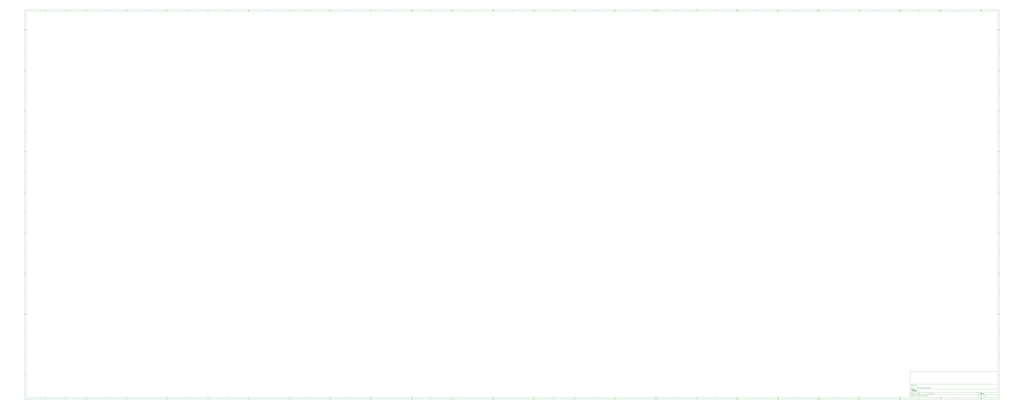
<source format=gbr>
%TF.GenerationSoftware,KiCad,Pcbnew,8.0.3-8.0.3-0~ubuntu20.04.1*%
%TF.CreationDate,2024-07-17T11:30:26-04:00*%
%TF.ProjectId,min_x,6d696e5f-782e-46b6-9963-61645f706362,rev?*%
%TF.SameCoordinates,Original*%
%TF.FileFunction,Legend,Bot*%
%TF.FilePolarity,Positive*%
%FSLAX46Y46*%
G04 Gerber Fmt 4.6, Leading zero omitted, Abs format (unit mm)*
G04 Created by KiCad (PCBNEW 8.0.3-8.0.3-0~ubuntu20.04.1) date 2024-07-17 11:30:26*
%MOMM*%
%LPD*%
G01*
G04 APERTURE LIST*
%ADD10C,0.100000*%
%ADD11C,0.150000*%
%ADD12C,0.300000*%
%ADD13C,0.400000*%
G04 APERTURE END LIST*
D10*
D11*
X1099000000Y-456000000D02*
X1207000000Y-456000000D01*
X1207000000Y-488000000D01*
X1099000000Y-488000000D01*
X1099000000Y-456000000D01*
D10*
D11*
X10000000Y-10000000D02*
X1209000000Y-10000000D01*
X1209000000Y-490000000D01*
X10000000Y-490000000D01*
X10000000Y-10000000D01*
D10*
D11*
X12000000Y-12000000D02*
X1207000000Y-12000000D01*
X1207000000Y-488000000D01*
X12000000Y-488000000D01*
X12000000Y-12000000D01*
D10*
D11*
X60000000Y-12000000D02*
X60000000Y-10000000D01*
D10*
D11*
X110000000Y-12000000D02*
X110000000Y-10000000D01*
D10*
D11*
X160000000Y-12000000D02*
X160000000Y-10000000D01*
D10*
D11*
X210000000Y-12000000D02*
X210000000Y-10000000D01*
D10*
D11*
X260000000Y-12000000D02*
X260000000Y-10000000D01*
D10*
D11*
X310000000Y-12000000D02*
X310000000Y-10000000D01*
D10*
D11*
X360000000Y-12000000D02*
X360000000Y-10000000D01*
D10*
D11*
X410000000Y-12000000D02*
X410000000Y-10000000D01*
D10*
D11*
X460000000Y-12000000D02*
X460000000Y-10000000D01*
D10*
D11*
X510000000Y-12000000D02*
X510000000Y-10000000D01*
D10*
D11*
X560000000Y-12000000D02*
X560000000Y-10000000D01*
D10*
D11*
X610000000Y-12000000D02*
X610000000Y-10000000D01*
D10*
D11*
X660000000Y-12000000D02*
X660000000Y-10000000D01*
D10*
D11*
X710000000Y-12000000D02*
X710000000Y-10000000D01*
D10*
D11*
X760000000Y-12000000D02*
X760000000Y-10000000D01*
D10*
D11*
X810000000Y-12000000D02*
X810000000Y-10000000D01*
D10*
D11*
X860000000Y-12000000D02*
X860000000Y-10000000D01*
D10*
D11*
X910000000Y-12000000D02*
X910000000Y-10000000D01*
D10*
D11*
X960000000Y-12000000D02*
X960000000Y-10000000D01*
D10*
D11*
X1010000000Y-12000000D02*
X1010000000Y-10000000D01*
D10*
D11*
X1060000000Y-12000000D02*
X1060000000Y-10000000D01*
D10*
D11*
X1110000000Y-12000000D02*
X1110000000Y-10000000D01*
D10*
D11*
X1160000000Y-12000000D02*
X1160000000Y-10000000D01*
D10*
D11*
X36089160Y-11593604D02*
X35346303Y-11593604D01*
X35717731Y-11593604D02*
X35717731Y-10293604D01*
X35717731Y-10293604D02*
X35593922Y-10479319D01*
X35593922Y-10479319D02*
X35470112Y-10603128D01*
X35470112Y-10603128D02*
X35346303Y-10665033D01*
D10*
D11*
X85346303Y-10417414D02*
X85408207Y-10355509D01*
X85408207Y-10355509D02*
X85532017Y-10293604D01*
X85532017Y-10293604D02*
X85841541Y-10293604D01*
X85841541Y-10293604D02*
X85965350Y-10355509D01*
X85965350Y-10355509D02*
X86027255Y-10417414D01*
X86027255Y-10417414D02*
X86089160Y-10541223D01*
X86089160Y-10541223D02*
X86089160Y-10665033D01*
X86089160Y-10665033D02*
X86027255Y-10850747D01*
X86027255Y-10850747D02*
X85284398Y-11593604D01*
X85284398Y-11593604D02*
X86089160Y-11593604D01*
D10*
D11*
X135284398Y-10293604D02*
X136089160Y-10293604D01*
X136089160Y-10293604D02*
X135655826Y-10788842D01*
X135655826Y-10788842D02*
X135841541Y-10788842D01*
X135841541Y-10788842D02*
X135965350Y-10850747D01*
X135965350Y-10850747D02*
X136027255Y-10912652D01*
X136027255Y-10912652D02*
X136089160Y-11036461D01*
X136089160Y-11036461D02*
X136089160Y-11345985D01*
X136089160Y-11345985D02*
X136027255Y-11469795D01*
X136027255Y-11469795D02*
X135965350Y-11531700D01*
X135965350Y-11531700D02*
X135841541Y-11593604D01*
X135841541Y-11593604D02*
X135470112Y-11593604D01*
X135470112Y-11593604D02*
X135346303Y-11531700D01*
X135346303Y-11531700D02*
X135284398Y-11469795D01*
D10*
D11*
X185965350Y-10726938D02*
X185965350Y-11593604D01*
X185655826Y-10231700D02*
X185346303Y-11160271D01*
X185346303Y-11160271D02*
X186151064Y-11160271D01*
D10*
D11*
X236027255Y-10293604D02*
X235408207Y-10293604D01*
X235408207Y-10293604D02*
X235346303Y-10912652D01*
X235346303Y-10912652D02*
X235408207Y-10850747D01*
X235408207Y-10850747D02*
X235532017Y-10788842D01*
X235532017Y-10788842D02*
X235841541Y-10788842D01*
X235841541Y-10788842D02*
X235965350Y-10850747D01*
X235965350Y-10850747D02*
X236027255Y-10912652D01*
X236027255Y-10912652D02*
X236089160Y-11036461D01*
X236089160Y-11036461D02*
X236089160Y-11345985D01*
X236089160Y-11345985D02*
X236027255Y-11469795D01*
X236027255Y-11469795D02*
X235965350Y-11531700D01*
X235965350Y-11531700D02*
X235841541Y-11593604D01*
X235841541Y-11593604D02*
X235532017Y-11593604D01*
X235532017Y-11593604D02*
X235408207Y-11531700D01*
X235408207Y-11531700D02*
X235346303Y-11469795D01*
D10*
D11*
X285965350Y-10293604D02*
X285717731Y-10293604D01*
X285717731Y-10293604D02*
X285593922Y-10355509D01*
X285593922Y-10355509D02*
X285532017Y-10417414D01*
X285532017Y-10417414D02*
X285408207Y-10603128D01*
X285408207Y-10603128D02*
X285346303Y-10850747D01*
X285346303Y-10850747D02*
X285346303Y-11345985D01*
X285346303Y-11345985D02*
X285408207Y-11469795D01*
X285408207Y-11469795D02*
X285470112Y-11531700D01*
X285470112Y-11531700D02*
X285593922Y-11593604D01*
X285593922Y-11593604D02*
X285841541Y-11593604D01*
X285841541Y-11593604D02*
X285965350Y-11531700D01*
X285965350Y-11531700D02*
X286027255Y-11469795D01*
X286027255Y-11469795D02*
X286089160Y-11345985D01*
X286089160Y-11345985D02*
X286089160Y-11036461D01*
X286089160Y-11036461D02*
X286027255Y-10912652D01*
X286027255Y-10912652D02*
X285965350Y-10850747D01*
X285965350Y-10850747D02*
X285841541Y-10788842D01*
X285841541Y-10788842D02*
X285593922Y-10788842D01*
X285593922Y-10788842D02*
X285470112Y-10850747D01*
X285470112Y-10850747D02*
X285408207Y-10912652D01*
X285408207Y-10912652D02*
X285346303Y-11036461D01*
D10*
D11*
X335284398Y-10293604D02*
X336151064Y-10293604D01*
X336151064Y-10293604D02*
X335593922Y-11593604D01*
D10*
D11*
X385593922Y-10850747D02*
X385470112Y-10788842D01*
X385470112Y-10788842D02*
X385408207Y-10726938D01*
X385408207Y-10726938D02*
X385346303Y-10603128D01*
X385346303Y-10603128D02*
X385346303Y-10541223D01*
X385346303Y-10541223D02*
X385408207Y-10417414D01*
X385408207Y-10417414D02*
X385470112Y-10355509D01*
X385470112Y-10355509D02*
X385593922Y-10293604D01*
X385593922Y-10293604D02*
X385841541Y-10293604D01*
X385841541Y-10293604D02*
X385965350Y-10355509D01*
X385965350Y-10355509D02*
X386027255Y-10417414D01*
X386027255Y-10417414D02*
X386089160Y-10541223D01*
X386089160Y-10541223D02*
X386089160Y-10603128D01*
X386089160Y-10603128D02*
X386027255Y-10726938D01*
X386027255Y-10726938D02*
X385965350Y-10788842D01*
X385965350Y-10788842D02*
X385841541Y-10850747D01*
X385841541Y-10850747D02*
X385593922Y-10850747D01*
X385593922Y-10850747D02*
X385470112Y-10912652D01*
X385470112Y-10912652D02*
X385408207Y-10974557D01*
X385408207Y-10974557D02*
X385346303Y-11098366D01*
X385346303Y-11098366D02*
X385346303Y-11345985D01*
X385346303Y-11345985D02*
X385408207Y-11469795D01*
X385408207Y-11469795D02*
X385470112Y-11531700D01*
X385470112Y-11531700D02*
X385593922Y-11593604D01*
X385593922Y-11593604D02*
X385841541Y-11593604D01*
X385841541Y-11593604D02*
X385965350Y-11531700D01*
X385965350Y-11531700D02*
X386027255Y-11469795D01*
X386027255Y-11469795D02*
X386089160Y-11345985D01*
X386089160Y-11345985D02*
X386089160Y-11098366D01*
X386089160Y-11098366D02*
X386027255Y-10974557D01*
X386027255Y-10974557D02*
X385965350Y-10912652D01*
X385965350Y-10912652D02*
X385841541Y-10850747D01*
D10*
D11*
X435470112Y-11593604D02*
X435717731Y-11593604D01*
X435717731Y-11593604D02*
X435841541Y-11531700D01*
X435841541Y-11531700D02*
X435903445Y-11469795D01*
X435903445Y-11469795D02*
X436027255Y-11284080D01*
X436027255Y-11284080D02*
X436089160Y-11036461D01*
X436089160Y-11036461D02*
X436089160Y-10541223D01*
X436089160Y-10541223D02*
X436027255Y-10417414D01*
X436027255Y-10417414D02*
X435965350Y-10355509D01*
X435965350Y-10355509D02*
X435841541Y-10293604D01*
X435841541Y-10293604D02*
X435593922Y-10293604D01*
X435593922Y-10293604D02*
X435470112Y-10355509D01*
X435470112Y-10355509D02*
X435408207Y-10417414D01*
X435408207Y-10417414D02*
X435346303Y-10541223D01*
X435346303Y-10541223D02*
X435346303Y-10850747D01*
X435346303Y-10850747D02*
X435408207Y-10974557D01*
X435408207Y-10974557D02*
X435470112Y-11036461D01*
X435470112Y-11036461D02*
X435593922Y-11098366D01*
X435593922Y-11098366D02*
X435841541Y-11098366D01*
X435841541Y-11098366D02*
X435965350Y-11036461D01*
X435965350Y-11036461D02*
X436027255Y-10974557D01*
X436027255Y-10974557D02*
X436089160Y-10850747D01*
D10*
D11*
X486089160Y-11593604D02*
X485346303Y-11593604D01*
X485717731Y-11593604D02*
X485717731Y-10293604D01*
X485717731Y-10293604D02*
X485593922Y-10479319D01*
X485593922Y-10479319D02*
X485470112Y-10603128D01*
X485470112Y-10603128D02*
X485346303Y-10665033D01*
X486893921Y-10293604D02*
X487017731Y-10293604D01*
X487017731Y-10293604D02*
X487141540Y-10355509D01*
X487141540Y-10355509D02*
X487203445Y-10417414D01*
X487203445Y-10417414D02*
X487265350Y-10541223D01*
X487265350Y-10541223D02*
X487327255Y-10788842D01*
X487327255Y-10788842D02*
X487327255Y-11098366D01*
X487327255Y-11098366D02*
X487265350Y-11345985D01*
X487265350Y-11345985D02*
X487203445Y-11469795D01*
X487203445Y-11469795D02*
X487141540Y-11531700D01*
X487141540Y-11531700D02*
X487017731Y-11593604D01*
X487017731Y-11593604D02*
X486893921Y-11593604D01*
X486893921Y-11593604D02*
X486770112Y-11531700D01*
X486770112Y-11531700D02*
X486708207Y-11469795D01*
X486708207Y-11469795D02*
X486646302Y-11345985D01*
X486646302Y-11345985D02*
X486584398Y-11098366D01*
X486584398Y-11098366D02*
X486584398Y-10788842D01*
X486584398Y-10788842D02*
X486646302Y-10541223D01*
X486646302Y-10541223D02*
X486708207Y-10417414D01*
X486708207Y-10417414D02*
X486770112Y-10355509D01*
X486770112Y-10355509D02*
X486893921Y-10293604D01*
D10*
D11*
X536089160Y-11593604D02*
X535346303Y-11593604D01*
X535717731Y-11593604D02*
X535717731Y-10293604D01*
X535717731Y-10293604D02*
X535593922Y-10479319D01*
X535593922Y-10479319D02*
X535470112Y-10603128D01*
X535470112Y-10603128D02*
X535346303Y-10665033D01*
X537327255Y-11593604D02*
X536584398Y-11593604D01*
X536955826Y-11593604D02*
X536955826Y-10293604D01*
X536955826Y-10293604D02*
X536832017Y-10479319D01*
X536832017Y-10479319D02*
X536708207Y-10603128D01*
X536708207Y-10603128D02*
X536584398Y-10665033D01*
D10*
D11*
X586089160Y-11593604D02*
X585346303Y-11593604D01*
X585717731Y-11593604D02*
X585717731Y-10293604D01*
X585717731Y-10293604D02*
X585593922Y-10479319D01*
X585593922Y-10479319D02*
X585470112Y-10603128D01*
X585470112Y-10603128D02*
X585346303Y-10665033D01*
X586584398Y-10417414D02*
X586646302Y-10355509D01*
X586646302Y-10355509D02*
X586770112Y-10293604D01*
X586770112Y-10293604D02*
X587079636Y-10293604D01*
X587079636Y-10293604D02*
X587203445Y-10355509D01*
X587203445Y-10355509D02*
X587265350Y-10417414D01*
X587265350Y-10417414D02*
X587327255Y-10541223D01*
X587327255Y-10541223D02*
X587327255Y-10665033D01*
X587327255Y-10665033D02*
X587265350Y-10850747D01*
X587265350Y-10850747D02*
X586522493Y-11593604D01*
X586522493Y-11593604D02*
X587327255Y-11593604D01*
D10*
D11*
X636089160Y-11593604D02*
X635346303Y-11593604D01*
X635717731Y-11593604D02*
X635717731Y-10293604D01*
X635717731Y-10293604D02*
X635593922Y-10479319D01*
X635593922Y-10479319D02*
X635470112Y-10603128D01*
X635470112Y-10603128D02*
X635346303Y-10665033D01*
X636522493Y-10293604D02*
X637327255Y-10293604D01*
X637327255Y-10293604D02*
X636893921Y-10788842D01*
X636893921Y-10788842D02*
X637079636Y-10788842D01*
X637079636Y-10788842D02*
X637203445Y-10850747D01*
X637203445Y-10850747D02*
X637265350Y-10912652D01*
X637265350Y-10912652D02*
X637327255Y-11036461D01*
X637327255Y-11036461D02*
X637327255Y-11345985D01*
X637327255Y-11345985D02*
X637265350Y-11469795D01*
X637265350Y-11469795D02*
X637203445Y-11531700D01*
X637203445Y-11531700D02*
X637079636Y-11593604D01*
X637079636Y-11593604D02*
X636708207Y-11593604D01*
X636708207Y-11593604D02*
X636584398Y-11531700D01*
X636584398Y-11531700D02*
X636522493Y-11469795D01*
D10*
D11*
X686089160Y-11593604D02*
X685346303Y-11593604D01*
X685717731Y-11593604D02*
X685717731Y-10293604D01*
X685717731Y-10293604D02*
X685593922Y-10479319D01*
X685593922Y-10479319D02*
X685470112Y-10603128D01*
X685470112Y-10603128D02*
X685346303Y-10665033D01*
X687203445Y-10726938D02*
X687203445Y-11593604D01*
X686893921Y-10231700D02*
X686584398Y-11160271D01*
X686584398Y-11160271D02*
X687389159Y-11160271D01*
D10*
D11*
X736089160Y-11593604D02*
X735346303Y-11593604D01*
X735717731Y-11593604D02*
X735717731Y-10293604D01*
X735717731Y-10293604D02*
X735593922Y-10479319D01*
X735593922Y-10479319D02*
X735470112Y-10603128D01*
X735470112Y-10603128D02*
X735346303Y-10665033D01*
X737265350Y-10293604D02*
X736646302Y-10293604D01*
X736646302Y-10293604D02*
X736584398Y-10912652D01*
X736584398Y-10912652D02*
X736646302Y-10850747D01*
X736646302Y-10850747D02*
X736770112Y-10788842D01*
X736770112Y-10788842D02*
X737079636Y-10788842D01*
X737079636Y-10788842D02*
X737203445Y-10850747D01*
X737203445Y-10850747D02*
X737265350Y-10912652D01*
X737265350Y-10912652D02*
X737327255Y-11036461D01*
X737327255Y-11036461D02*
X737327255Y-11345985D01*
X737327255Y-11345985D02*
X737265350Y-11469795D01*
X737265350Y-11469795D02*
X737203445Y-11531700D01*
X737203445Y-11531700D02*
X737079636Y-11593604D01*
X737079636Y-11593604D02*
X736770112Y-11593604D01*
X736770112Y-11593604D02*
X736646302Y-11531700D01*
X736646302Y-11531700D02*
X736584398Y-11469795D01*
D10*
D11*
X786089160Y-11593604D02*
X785346303Y-11593604D01*
X785717731Y-11593604D02*
X785717731Y-10293604D01*
X785717731Y-10293604D02*
X785593922Y-10479319D01*
X785593922Y-10479319D02*
X785470112Y-10603128D01*
X785470112Y-10603128D02*
X785346303Y-10665033D01*
X787203445Y-10293604D02*
X786955826Y-10293604D01*
X786955826Y-10293604D02*
X786832017Y-10355509D01*
X786832017Y-10355509D02*
X786770112Y-10417414D01*
X786770112Y-10417414D02*
X786646302Y-10603128D01*
X786646302Y-10603128D02*
X786584398Y-10850747D01*
X786584398Y-10850747D02*
X786584398Y-11345985D01*
X786584398Y-11345985D02*
X786646302Y-11469795D01*
X786646302Y-11469795D02*
X786708207Y-11531700D01*
X786708207Y-11531700D02*
X786832017Y-11593604D01*
X786832017Y-11593604D02*
X787079636Y-11593604D01*
X787079636Y-11593604D02*
X787203445Y-11531700D01*
X787203445Y-11531700D02*
X787265350Y-11469795D01*
X787265350Y-11469795D02*
X787327255Y-11345985D01*
X787327255Y-11345985D02*
X787327255Y-11036461D01*
X787327255Y-11036461D02*
X787265350Y-10912652D01*
X787265350Y-10912652D02*
X787203445Y-10850747D01*
X787203445Y-10850747D02*
X787079636Y-10788842D01*
X787079636Y-10788842D02*
X786832017Y-10788842D01*
X786832017Y-10788842D02*
X786708207Y-10850747D01*
X786708207Y-10850747D02*
X786646302Y-10912652D01*
X786646302Y-10912652D02*
X786584398Y-11036461D01*
D10*
D11*
X836089160Y-11593604D02*
X835346303Y-11593604D01*
X835717731Y-11593604D02*
X835717731Y-10293604D01*
X835717731Y-10293604D02*
X835593922Y-10479319D01*
X835593922Y-10479319D02*
X835470112Y-10603128D01*
X835470112Y-10603128D02*
X835346303Y-10665033D01*
X836522493Y-10293604D02*
X837389159Y-10293604D01*
X837389159Y-10293604D02*
X836832017Y-11593604D01*
D10*
D11*
X886089160Y-11593604D02*
X885346303Y-11593604D01*
X885717731Y-11593604D02*
X885717731Y-10293604D01*
X885717731Y-10293604D02*
X885593922Y-10479319D01*
X885593922Y-10479319D02*
X885470112Y-10603128D01*
X885470112Y-10603128D02*
X885346303Y-10665033D01*
X886832017Y-10850747D02*
X886708207Y-10788842D01*
X886708207Y-10788842D02*
X886646302Y-10726938D01*
X886646302Y-10726938D02*
X886584398Y-10603128D01*
X886584398Y-10603128D02*
X886584398Y-10541223D01*
X886584398Y-10541223D02*
X886646302Y-10417414D01*
X886646302Y-10417414D02*
X886708207Y-10355509D01*
X886708207Y-10355509D02*
X886832017Y-10293604D01*
X886832017Y-10293604D02*
X887079636Y-10293604D01*
X887079636Y-10293604D02*
X887203445Y-10355509D01*
X887203445Y-10355509D02*
X887265350Y-10417414D01*
X887265350Y-10417414D02*
X887327255Y-10541223D01*
X887327255Y-10541223D02*
X887327255Y-10603128D01*
X887327255Y-10603128D02*
X887265350Y-10726938D01*
X887265350Y-10726938D02*
X887203445Y-10788842D01*
X887203445Y-10788842D02*
X887079636Y-10850747D01*
X887079636Y-10850747D02*
X886832017Y-10850747D01*
X886832017Y-10850747D02*
X886708207Y-10912652D01*
X886708207Y-10912652D02*
X886646302Y-10974557D01*
X886646302Y-10974557D02*
X886584398Y-11098366D01*
X886584398Y-11098366D02*
X886584398Y-11345985D01*
X886584398Y-11345985D02*
X886646302Y-11469795D01*
X886646302Y-11469795D02*
X886708207Y-11531700D01*
X886708207Y-11531700D02*
X886832017Y-11593604D01*
X886832017Y-11593604D02*
X887079636Y-11593604D01*
X887079636Y-11593604D02*
X887203445Y-11531700D01*
X887203445Y-11531700D02*
X887265350Y-11469795D01*
X887265350Y-11469795D02*
X887327255Y-11345985D01*
X887327255Y-11345985D02*
X887327255Y-11098366D01*
X887327255Y-11098366D02*
X887265350Y-10974557D01*
X887265350Y-10974557D02*
X887203445Y-10912652D01*
X887203445Y-10912652D02*
X887079636Y-10850747D01*
D10*
D11*
X936089160Y-11593604D02*
X935346303Y-11593604D01*
X935717731Y-11593604D02*
X935717731Y-10293604D01*
X935717731Y-10293604D02*
X935593922Y-10479319D01*
X935593922Y-10479319D02*
X935470112Y-10603128D01*
X935470112Y-10603128D02*
X935346303Y-10665033D01*
X936708207Y-11593604D02*
X936955826Y-11593604D01*
X936955826Y-11593604D02*
X937079636Y-11531700D01*
X937079636Y-11531700D02*
X937141540Y-11469795D01*
X937141540Y-11469795D02*
X937265350Y-11284080D01*
X937265350Y-11284080D02*
X937327255Y-11036461D01*
X937327255Y-11036461D02*
X937327255Y-10541223D01*
X937327255Y-10541223D02*
X937265350Y-10417414D01*
X937265350Y-10417414D02*
X937203445Y-10355509D01*
X937203445Y-10355509D02*
X937079636Y-10293604D01*
X937079636Y-10293604D02*
X936832017Y-10293604D01*
X936832017Y-10293604D02*
X936708207Y-10355509D01*
X936708207Y-10355509D02*
X936646302Y-10417414D01*
X936646302Y-10417414D02*
X936584398Y-10541223D01*
X936584398Y-10541223D02*
X936584398Y-10850747D01*
X936584398Y-10850747D02*
X936646302Y-10974557D01*
X936646302Y-10974557D02*
X936708207Y-11036461D01*
X936708207Y-11036461D02*
X936832017Y-11098366D01*
X936832017Y-11098366D02*
X937079636Y-11098366D01*
X937079636Y-11098366D02*
X937203445Y-11036461D01*
X937203445Y-11036461D02*
X937265350Y-10974557D01*
X937265350Y-10974557D02*
X937327255Y-10850747D01*
D10*
D11*
X985346303Y-10417414D02*
X985408207Y-10355509D01*
X985408207Y-10355509D02*
X985532017Y-10293604D01*
X985532017Y-10293604D02*
X985841541Y-10293604D01*
X985841541Y-10293604D02*
X985965350Y-10355509D01*
X985965350Y-10355509D02*
X986027255Y-10417414D01*
X986027255Y-10417414D02*
X986089160Y-10541223D01*
X986089160Y-10541223D02*
X986089160Y-10665033D01*
X986089160Y-10665033D02*
X986027255Y-10850747D01*
X986027255Y-10850747D02*
X985284398Y-11593604D01*
X985284398Y-11593604D02*
X986089160Y-11593604D01*
X986893921Y-10293604D02*
X987017731Y-10293604D01*
X987017731Y-10293604D02*
X987141540Y-10355509D01*
X987141540Y-10355509D02*
X987203445Y-10417414D01*
X987203445Y-10417414D02*
X987265350Y-10541223D01*
X987265350Y-10541223D02*
X987327255Y-10788842D01*
X987327255Y-10788842D02*
X987327255Y-11098366D01*
X987327255Y-11098366D02*
X987265350Y-11345985D01*
X987265350Y-11345985D02*
X987203445Y-11469795D01*
X987203445Y-11469795D02*
X987141540Y-11531700D01*
X987141540Y-11531700D02*
X987017731Y-11593604D01*
X987017731Y-11593604D02*
X986893921Y-11593604D01*
X986893921Y-11593604D02*
X986770112Y-11531700D01*
X986770112Y-11531700D02*
X986708207Y-11469795D01*
X986708207Y-11469795D02*
X986646302Y-11345985D01*
X986646302Y-11345985D02*
X986584398Y-11098366D01*
X986584398Y-11098366D02*
X986584398Y-10788842D01*
X986584398Y-10788842D02*
X986646302Y-10541223D01*
X986646302Y-10541223D02*
X986708207Y-10417414D01*
X986708207Y-10417414D02*
X986770112Y-10355509D01*
X986770112Y-10355509D02*
X986893921Y-10293604D01*
D10*
D11*
X1035346303Y-10417414D02*
X1035408207Y-10355509D01*
X1035408207Y-10355509D02*
X1035532017Y-10293604D01*
X1035532017Y-10293604D02*
X1035841541Y-10293604D01*
X1035841541Y-10293604D02*
X1035965350Y-10355509D01*
X1035965350Y-10355509D02*
X1036027255Y-10417414D01*
X1036027255Y-10417414D02*
X1036089160Y-10541223D01*
X1036089160Y-10541223D02*
X1036089160Y-10665033D01*
X1036089160Y-10665033D02*
X1036027255Y-10850747D01*
X1036027255Y-10850747D02*
X1035284398Y-11593604D01*
X1035284398Y-11593604D02*
X1036089160Y-11593604D01*
X1037327255Y-11593604D02*
X1036584398Y-11593604D01*
X1036955826Y-11593604D02*
X1036955826Y-10293604D01*
X1036955826Y-10293604D02*
X1036832017Y-10479319D01*
X1036832017Y-10479319D02*
X1036708207Y-10603128D01*
X1036708207Y-10603128D02*
X1036584398Y-10665033D01*
D10*
D11*
X1085346303Y-10417414D02*
X1085408207Y-10355509D01*
X1085408207Y-10355509D02*
X1085532017Y-10293604D01*
X1085532017Y-10293604D02*
X1085841541Y-10293604D01*
X1085841541Y-10293604D02*
X1085965350Y-10355509D01*
X1085965350Y-10355509D02*
X1086027255Y-10417414D01*
X1086027255Y-10417414D02*
X1086089160Y-10541223D01*
X1086089160Y-10541223D02*
X1086089160Y-10665033D01*
X1086089160Y-10665033D02*
X1086027255Y-10850747D01*
X1086027255Y-10850747D02*
X1085284398Y-11593604D01*
X1085284398Y-11593604D02*
X1086089160Y-11593604D01*
X1086584398Y-10417414D02*
X1086646302Y-10355509D01*
X1086646302Y-10355509D02*
X1086770112Y-10293604D01*
X1086770112Y-10293604D02*
X1087079636Y-10293604D01*
X1087079636Y-10293604D02*
X1087203445Y-10355509D01*
X1087203445Y-10355509D02*
X1087265350Y-10417414D01*
X1087265350Y-10417414D02*
X1087327255Y-10541223D01*
X1087327255Y-10541223D02*
X1087327255Y-10665033D01*
X1087327255Y-10665033D02*
X1087265350Y-10850747D01*
X1087265350Y-10850747D02*
X1086522493Y-11593604D01*
X1086522493Y-11593604D02*
X1087327255Y-11593604D01*
D10*
D11*
X1135346303Y-10417414D02*
X1135408207Y-10355509D01*
X1135408207Y-10355509D02*
X1135532017Y-10293604D01*
X1135532017Y-10293604D02*
X1135841541Y-10293604D01*
X1135841541Y-10293604D02*
X1135965350Y-10355509D01*
X1135965350Y-10355509D02*
X1136027255Y-10417414D01*
X1136027255Y-10417414D02*
X1136089160Y-10541223D01*
X1136089160Y-10541223D02*
X1136089160Y-10665033D01*
X1136089160Y-10665033D02*
X1136027255Y-10850747D01*
X1136027255Y-10850747D02*
X1135284398Y-11593604D01*
X1135284398Y-11593604D02*
X1136089160Y-11593604D01*
X1136522493Y-10293604D02*
X1137327255Y-10293604D01*
X1137327255Y-10293604D02*
X1136893921Y-10788842D01*
X1136893921Y-10788842D02*
X1137079636Y-10788842D01*
X1137079636Y-10788842D02*
X1137203445Y-10850747D01*
X1137203445Y-10850747D02*
X1137265350Y-10912652D01*
X1137265350Y-10912652D02*
X1137327255Y-11036461D01*
X1137327255Y-11036461D02*
X1137327255Y-11345985D01*
X1137327255Y-11345985D02*
X1137265350Y-11469795D01*
X1137265350Y-11469795D02*
X1137203445Y-11531700D01*
X1137203445Y-11531700D02*
X1137079636Y-11593604D01*
X1137079636Y-11593604D02*
X1136708207Y-11593604D01*
X1136708207Y-11593604D02*
X1136584398Y-11531700D01*
X1136584398Y-11531700D02*
X1136522493Y-11469795D01*
D10*
D11*
X1185346303Y-10417414D02*
X1185408207Y-10355509D01*
X1185408207Y-10355509D02*
X1185532017Y-10293604D01*
X1185532017Y-10293604D02*
X1185841541Y-10293604D01*
X1185841541Y-10293604D02*
X1185965350Y-10355509D01*
X1185965350Y-10355509D02*
X1186027255Y-10417414D01*
X1186027255Y-10417414D02*
X1186089160Y-10541223D01*
X1186089160Y-10541223D02*
X1186089160Y-10665033D01*
X1186089160Y-10665033D02*
X1186027255Y-10850747D01*
X1186027255Y-10850747D02*
X1185284398Y-11593604D01*
X1185284398Y-11593604D02*
X1186089160Y-11593604D01*
X1187203445Y-10726938D02*
X1187203445Y-11593604D01*
X1186893921Y-10231700D02*
X1186584398Y-11160271D01*
X1186584398Y-11160271D02*
X1187389159Y-11160271D01*
D10*
D11*
X60000000Y-488000000D02*
X60000000Y-490000000D01*
D10*
D11*
X110000000Y-488000000D02*
X110000000Y-490000000D01*
D10*
D11*
X160000000Y-488000000D02*
X160000000Y-490000000D01*
D10*
D11*
X210000000Y-488000000D02*
X210000000Y-490000000D01*
D10*
D11*
X260000000Y-488000000D02*
X260000000Y-490000000D01*
D10*
D11*
X310000000Y-488000000D02*
X310000000Y-490000000D01*
D10*
D11*
X360000000Y-488000000D02*
X360000000Y-490000000D01*
D10*
D11*
X410000000Y-488000000D02*
X410000000Y-490000000D01*
D10*
D11*
X460000000Y-488000000D02*
X460000000Y-490000000D01*
D10*
D11*
X510000000Y-488000000D02*
X510000000Y-490000000D01*
D10*
D11*
X560000000Y-488000000D02*
X560000000Y-490000000D01*
D10*
D11*
X610000000Y-488000000D02*
X610000000Y-490000000D01*
D10*
D11*
X660000000Y-488000000D02*
X660000000Y-490000000D01*
D10*
D11*
X710000000Y-488000000D02*
X710000000Y-490000000D01*
D10*
D11*
X760000000Y-488000000D02*
X760000000Y-490000000D01*
D10*
D11*
X810000000Y-488000000D02*
X810000000Y-490000000D01*
D10*
D11*
X860000000Y-488000000D02*
X860000000Y-490000000D01*
D10*
D11*
X910000000Y-488000000D02*
X910000000Y-490000000D01*
D10*
D11*
X960000000Y-488000000D02*
X960000000Y-490000000D01*
D10*
D11*
X1010000000Y-488000000D02*
X1010000000Y-490000000D01*
D10*
D11*
X1060000000Y-488000000D02*
X1060000000Y-490000000D01*
D10*
D11*
X1110000000Y-488000000D02*
X1110000000Y-490000000D01*
D10*
D11*
X1160000000Y-488000000D02*
X1160000000Y-490000000D01*
D10*
D11*
X36089160Y-489593604D02*
X35346303Y-489593604D01*
X35717731Y-489593604D02*
X35717731Y-488293604D01*
X35717731Y-488293604D02*
X35593922Y-488479319D01*
X35593922Y-488479319D02*
X35470112Y-488603128D01*
X35470112Y-488603128D02*
X35346303Y-488665033D01*
D10*
D11*
X85346303Y-488417414D02*
X85408207Y-488355509D01*
X85408207Y-488355509D02*
X85532017Y-488293604D01*
X85532017Y-488293604D02*
X85841541Y-488293604D01*
X85841541Y-488293604D02*
X85965350Y-488355509D01*
X85965350Y-488355509D02*
X86027255Y-488417414D01*
X86027255Y-488417414D02*
X86089160Y-488541223D01*
X86089160Y-488541223D02*
X86089160Y-488665033D01*
X86089160Y-488665033D02*
X86027255Y-488850747D01*
X86027255Y-488850747D02*
X85284398Y-489593604D01*
X85284398Y-489593604D02*
X86089160Y-489593604D01*
D10*
D11*
X135284398Y-488293604D02*
X136089160Y-488293604D01*
X136089160Y-488293604D02*
X135655826Y-488788842D01*
X135655826Y-488788842D02*
X135841541Y-488788842D01*
X135841541Y-488788842D02*
X135965350Y-488850747D01*
X135965350Y-488850747D02*
X136027255Y-488912652D01*
X136027255Y-488912652D02*
X136089160Y-489036461D01*
X136089160Y-489036461D02*
X136089160Y-489345985D01*
X136089160Y-489345985D02*
X136027255Y-489469795D01*
X136027255Y-489469795D02*
X135965350Y-489531700D01*
X135965350Y-489531700D02*
X135841541Y-489593604D01*
X135841541Y-489593604D02*
X135470112Y-489593604D01*
X135470112Y-489593604D02*
X135346303Y-489531700D01*
X135346303Y-489531700D02*
X135284398Y-489469795D01*
D10*
D11*
X185965350Y-488726938D02*
X185965350Y-489593604D01*
X185655826Y-488231700D02*
X185346303Y-489160271D01*
X185346303Y-489160271D02*
X186151064Y-489160271D01*
D10*
D11*
X236027255Y-488293604D02*
X235408207Y-488293604D01*
X235408207Y-488293604D02*
X235346303Y-488912652D01*
X235346303Y-488912652D02*
X235408207Y-488850747D01*
X235408207Y-488850747D02*
X235532017Y-488788842D01*
X235532017Y-488788842D02*
X235841541Y-488788842D01*
X235841541Y-488788842D02*
X235965350Y-488850747D01*
X235965350Y-488850747D02*
X236027255Y-488912652D01*
X236027255Y-488912652D02*
X236089160Y-489036461D01*
X236089160Y-489036461D02*
X236089160Y-489345985D01*
X236089160Y-489345985D02*
X236027255Y-489469795D01*
X236027255Y-489469795D02*
X235965350Y-489531700D01*
X235965350Y-489531700D02*
X235841541Y-489593604D01*
X235841541Y-489593604D02*
X235532017Y-489593604D01*
X235532017Y-489593604D02*
X235408207Y-489531700D01*
X235408207Y-489531700D02*
X235346303Y-489469795D01*
D10*
D11*
X285965350Y-488293604D02*
X285717731Y-488293604D01*
X285717731Y-488293604D02*
X285593922Y-488355509D01*
X285593922Y-488355509D02*
X285532017Y-488417414D01*
X285532017Y-488417414D02*
X285408207Y-488603128D01*
X285408207Y-488603128D02*
X285346303Y-488850747D01*
X285346303Y-488850747D02*
X285346303Y-489345985D01*
X285346303Y-489345985D02*
X285408207Y-489469795D01*
X285408207Y-489469795D02*
X285470112Y-489531700D01*
X285470112Y-489531700D02*
X285593922Y-489593604D01*
X285593922Y-489593604D02*
X285841541Y-489593604D01*
X285841541Y-489593604D02*
X285965350Y-489531700D01*
X285965350Y-489531700D02*
X286027255Y-489469795D01*
X286027255Y-489469795D02*
X286089160Y-489345985D01*
X286089160Y-489345985D02*
X286089160Y-489036461D01*
X286089160Y-489036461D02*
X286027255Y-488912652D01*
X286027255Y-488912652D02*
X285965350Y-488850747D01*
X285965350Y-488850747D02*
X285841541Y-488788842D01*
X285841541Y-488788842D02*
X285593922Y-488788842D01*
X285593922Y-488788842D02*
X285470112Y-488850747D01*
X285470112Y-488850747D02*
X285408207Y-488912652D01*
X285408207Y-488912652D02*
X285346303Y-489036461D01*
D10*
D11*
X335284398Y-488293604D02*
X336151064Y-488293604D01*
X336151064Y-488293604D02*
X335593922Y-489593604D01*
D10*
D11*
X385593922Y-488850747D02*
X385470112Y-488788842D01*
X385470112Y-488788842D02*
X385408207Y-488726938D01*
X385408207Y-488726938D02*
X385346303Y-488603128D01*
X385346303Y-488603128D02*
X385346303Y-488541223D01*
X385346303Y-488541223D02*
X385408207Y-488417414D01*
X385408207Y-488417414D02*
X385470112Y-488355509D01*
X385470112Y-488355509D02*
X385593922Y-488293604D01*
X385593922Y-488293604D02*
X385841541Y-488293604D01*
X385841541Y-488293604D02*
X385965350Y-488355509D01*
X385965350Y-488355509D02*
X386027255Y-488417414D01*
X386027255Y-488417414D02*
X386089160Y-488541223D01*
X386089160Y-488541223D02*
X386089160Y-488603128D01*
X386089160Y-488603128D02*
X386027255Y-488726938D01*
X386027255Y-488726938D02*
X385965350Y-488788842D01*
X385965350Y-488788842D02*
X385841541Y-488850747D01*
X385841541Y-488850747D02*
X385593922Y-488850747D01*
X385593922Y-488850747D02*
X385470112Y-488912652D01*
X385470112Y-488912652D02*
X385408207Y-488974557D01*
X385408207Y-488974557D02*
X385346303Y-489098366D01*
X385346303Y-489098366D02*
X385346303Y-489345985D01*
X385346303Y-489345985D02*
X385408207Y-489469795D01*
X385408207Y-489469795D02*
X385470112Y-489531700D01*
X385470112Y-489531700D02*
X385593922Y-489593604D01*
X385593922Y-489593604D02*
X385841541Y-489593604D01*
X385841541Y-489593604D02*
X385965350Y-489531700D01*
X385965350Y-489531700D02*
X386027255Y-489469795D01*
X386027255Y-489469795D02*
X386089160Y-489345985D01*
X386089160Y-489345985D02*
X386089160Y-489098366D01*
X386089160Y-489098366D02*
X386027255Y-488974557D01*
X386027255Y-488974557D02*
X385965350Y-488912652D01*
X385965350Y-488912652D02*
X385841541Y-488850747D01*
D10*
D11*
X435470112Y-489593604D02*
X435717731Y-489593604D01*
X435717731Y-489593604D02*
X435841541Y-489531700D01*
X435841541Y-489531700D02*
X435903445Y-489469795D01*
X435903445Y-489469795D02*
X436027255Y-489284080D01*
X436027255Y-489284080D02*
X436089160Y-489036461D01*
X436089160Y-489036461D02*
X436089160Y-488541223D01*
X436089160Y-488541223D02*
X436027255Y-488417414D01*
X436027255Y-488417414D02*
X435965350Y-488355509D01*
X435965350Y-488355509D02*
X435841541Y-488293604D01*
X435841541Y-488293604D02*
X435593922Y-488293604D01*
X435593922Y-488293604D02*
X435470112Y-488355509D01*
X435470112Y-488355509D02*
X435408207Y-488417414D01*
X435408207Y-488417414D02*
X435346303Y-488541223D01*
X435346303Y-488541223D02*
X435346303Y-488850747D01*
X435346303Y-488850747D02*
X435408207Y-488974557D01*
X435408207Y-488974557D02*
X435470112Y-489036461D01*
X435470112Y-489036461D02*
X435593922Y-489098366D01*
X435593922Y-489098366D02*
X435841541Y-489098366D01*
X435841541Y-489098366D02*
X435965350Y-489036461D01*
X435965350Y-489036461D02*
X436027255Y-488974557D01*
X436027255Y-488974557D02*
X436089160Y-488850747D01*
D10*
D11*
X486089160Y-489593604D02*
X485346303Y-489593604D01*
X485717731Y-489593604D02*
X485717731Y-488293604D01*
X485717731Y-488293604D02*
X485593922Y-488479319D01*
X485593922Y-488479319D02*
X485470112Y-488603128D01*
X485470112Y-488603128D02*
X485346303Y-488665033D01*
X486893921Y-488293604D02*
X487017731Y-488293604D01*
X487017731Y-488293604D02*
X487141540Y-488355509D01*
X487141540Y-488355509D02*
X487203445Y-488417414D01*
X487203445Y-488417414D02*
X487265350Y-488541223D01*
X487265350Y-488541223D02*
X487327255Y-488788842D01*
X487327255Y-488788842D02*
X487327255Y-489098366D01*
X487327255Y-489098366D02*
X487265350Y-489345985D01*
X487265350Y-489345985D02*
X487203445Y-489469795D01*
X487203445Y-489469795D02*
X487141540Y-489531700D01*
X487141540Y-489531700D02*
X487017731Y-489593604D01*
X487017731Y-489593604D02*
X486893921Y-489593604D01*
X486893921Y-489593604D02*
X486770112Y-489531700D01*
X486770112Y-489531700D02*
X486708207Y-489469795D01*
X486708207Y-489469795D02*
X486646302Y-489345985D01*
X486646302Y-489345985D02*
X486584398Y-489098366D01*
X486584398Y-489098366D02*
X486584398Y-488788842D01*
X486584398Y-488788842D02*
X486646302Y-488541223D01*
X486646302Y-488541223D02*
X486708207Y-488417414D01*
X486708207Y-488417414D02*
X486770112Y-488355509D01*
X486770112Y-488355509D02*
X486893921Y-488293604D01*
D10*
D11*
X536089160Y-489593604D02*
X535346303Y-489593604D01*
X535717731Y-489593604D02*
X535717731Y-488293604D01*
X535717731Y-488293604D02*
X535593922Y-488479319D01*
X535593922Y-488479319D02*
X535470112Y-488603128D01*
X535470112Y-488603128D02*
X535346303Y-488665033D01*
X537327255Y-489593604D02*
X536584398Y-489593604D01*
X536955826Y-489593604D02*
X536955826Y-488293604D01*
X536955826Y-488293604D02*
X536832017Y-488479319D01*
X536832017Y-488479319D02*
X536708207Y-488603128D01*
X536708207Y-488603128D02*
X536584398Y-488665033D01*
D10*
D11*
X586089160Y-489593604D02*
X585346303Y-489593604D01*
X585717731Y-489593604D02*
X585717731Y-488293604D01*
X585717731Y-488293604D02*
X585593922Y-488479319D01*
X585593922Y-488479319D02*
X585470112Y-488603128D01*
X585470112Y-488603128D02*
X585346303Y-488665033D01*
X586584398Y-488417414D02*
X586646302Y-488355509D01*
X586646302Y-488355509D02*
X586770112Y-488293604D01*
X586770112Y-488293604D02*
X587079636Y-488293604D01*
X587079636Y-488293604D02*
X587203445Y-488355509D01*
X587203445Y-488355509D02*
X587265350Y-488417414D01*
X587265350Y-488417414D02*
X587327255Y-488541223D01*
X587327255Y-488541223D02*
X587327255Y-488665033D01*
X587327255Y-488665033D02*
X587265350Y-488850747D01*
X587265350Y-488850747D02*
X586522493Y-489593604D01*
X586522493Y-489593604D02*
X587327255Y-489593604D01*
D10*
D11*
X636089160Y-489593604D02*
X635346303Y-489593604D01*
X635717731Y-489593604D02*
X635717731Y-488293604D01*
X635717731Y-488293604D02*
X635593922Y-488479319D01*
X635593922Y-488479319D02*
X635470112Y-488603128D01*
X635470112Y-488603128D02*
X635346303Y-488665033D01*
X636522493Y-488293604D02*
X637327255Y-488293604D01*
X637327255Y-488293604D02*
X636893921Y-488788842D01*
X636893921Y-488788842D02*
X637079636Y-488788842D01*
X637079636Y-488788842D02*
X637203445Y-488850747D01*
X637203445Y-488850747D02*
X637265350Y-488912652D01*
X637265350Y-488912652D02*
X637327255Y-489036461D01*
X637327255Y-489036461D02*
X637327255Y-489345985D01*
X637327255Y-489345985D02*
X637265350Y-489469795D01*
X637265350Y-489469795D02*
X637203445Y-489531700D01*
X637203445Y-489531700D02*
X637079636Y-489593604D01*
X637079636Y-489593604D02*
X636708207Y-489593604D01*
X636708207Y-489593604D02*
X636584398Y-489531700D01*
X636584398Y-489531700D02*
X636522493Y-489469795D01*
D10*
D11*
X686089160Y-489593604D02*
X685346303Y-489593604D01*
X685717731Y-489593604D02*
X685717731Y-488293604D01*
X685717731Y-488293604D02*
X685593922Y-488479319D01*
X685593922Y-488479319D02*
X685470112Y-488603128D01*
X685470112Y-488603128D02*
X685346303Y-488665033D01*
X687203445Y-488726938D02*
X687203445Y-489593604D01*
X686893921Y-488231700D02*
X686584398Y-489160271D01*
X686584398Y-489160271D02*
X687389159Y-489160271D01*
D10*
D11*
X736089160Y-489593604D02*
X735346303Y-489593604D01*
X735717731Y-489593604D02*
X735717731Y-488293604D01*
X735717731Y-488293604D02*
X735593922Y-488479319D01*
X735593922Y-488479319D02*
X735470112Y-488603128D01*
X735470112Y-488603128D02*
X735346303Y-488665033D01*
X737265350Y-488293604D02*
X736646302Y-488293604D01*
X736646302Y-488293604D02*
X736584398Y-488912652D01*
X736584398Y-488912652D02*
X736646302Y-488850747D01*
X736646302Y-488850747D02*
X736770112Y-488788842D01*
X736770112Y-488788842D02*
X737079636Y-488788842D01*
X737079636Y-488788842D02*
X737203445Y-488850747D01*
X737203445Y-488850747D02*
X737265350Y-488912652D01*
X737265350Y-488912652D02*
X737327255Y-489036461D01*
X737327255Y-489036461D02*
X737327255Y-489345985D01*
X737327255Y-489345985D02*
X737265350Y-489469795D01*
X737265350Y-489469795D02*
X737203445Y-489531700D01*
X737203445Y-489531700D02*
X737079636Y-489593604D01*
X737079636Y-489593604D02*
X736770112Y-489593604D01*
X736770112Y-489593604D02*
X736646302Y-489531700D01*
X736646302Y-489531700D02*
X736584398Y-489469795D01*
D10*
D11*
X786089160Y-489593604D02*
X785346303Y-489593604D01*
X785717731Y-489593604D02*
X785717731Y-488293604D01*
X785717731Y-488293604D02*
X785593922Y-488479319D01*
X785593922Y-488479319D02*
X785470112Y-488603128D01*
X785470112Y-488603128D02*
X785346303Y-488665033D01*
X787203445Y-488293604D02*
X786955826Y-488293604D01*
X786955826Y-488293604D02*
X786832017Y-488355509D01*
X786832017Y-488355509D02*
X786770112Y-488417414D01*
X786770112Y-488417414D02*
X786646302Y-488603128D01*
X786646302Y-488603128D02*
X786584398Y-488850747D01*
X786584398Y-488850747D02*
X786584398Y-489345985D01*
X786584398Y-489345985D02*
X786646302Y-489469795D01*
X786646302Y-489469795D02*
X786708207Y-489531700D01*
X786708207Y-489531700D02*
X786832017Y-489593604D01*
X786832017Y-489593604D02*
X787079636Y-489593604D01*
X787079636Y-489593604D02*
X787203445Y-489531700D01*
X787203445Y-489531700D02*
X787265350Y-489469795D01*
X787265350Y-489469795D02*
X787327255Y-489345985D01*
X787327255Y-489345985D02*
X787327255Y-489036461D01*
X787327255Y-489036461D02*
X787265350Y-488912652D01*
X787265350Y-488912652D02*
X787203445Y-488850747D01*
X787203445Y-488850747D02*
X787079636Y-488788842D01*
X787079636Y-488788842D02*
X786832017Y-488788842D01*
X786832017Y-488788842D02*
X786708207Y-488850747D01*
X786708207Y-488850747D02*
X786646302Y-488912652D01*
X786646302Y-488912652D02*
X786584398Y-489036461D01*
D10*
D11*
X836089160Y-489593604D02*
X835346303Y-489593604D01*
X835717731Y-489593604D02*
X835717731Y-488293604D01*
X835717731Y-488293604D02*
X835593922Y-488479319D01*
X835593922Y-488479319D02*
X835470112Y-488603128D01*
X835470112Y-488603128D02*
X835346303Y-488665033D01*
X836522493Y-488293604D02*
X837389159Y-488293604D01*
X837389159Y-488293604D02*
X836832017Y-489593604D01*
D10*
D11*
X886089160Y-489593604D02*
X885346303Y-489593604D01*
X885717731Y-489593604D02*
X885717731Y-488293604D01*
X885717731Y-488293604D02*
X885593922Y-488479319D01*
X885593922Y-488479319D02*
X885470112Y-488603128D01*
X885470112Y-488603128D02*
X885346303Y-488665033D01*
X886832017Y-488850747D02*
X886708207Y-488788842D01*
X886708207Y-488788842D02*
X886646302Y-488726938D01*
X886646302Y-488726938D02*
X886584398Y-488603128D01*
X886584398Y-488603128D02*
X886584398Y-488541223D01*
X886584398Y-488541223D02*
X886646302Y-488417414D01*
X886646302Y-488417414D02*
X886708207Y-488355509D01*
X886708207Y-488355509D02*
X886832017Y-488293604D01*
X886832017Y-488293604D02*
X887079636Y-488293604D01*
X887079636Y-488293604D02*
X887203445Y-488355509D01*
X887203445Y-488355509D02*
X887265350Y-488417414D01*
X887265350Y-488417414D02*
X887327255Y-488541223D01*
X887327255Y-488541223D02*
X887327255Y-488603128D01*
X887327255Y-488603128D02*
X887265350Y-488726938D01*
X887265350Y-488726938D02*
X887203445Y-488788842D01*
X887203445Y-488788842D02*
X887079636Y-488850747D01*
X887079636Y-488850747D02*
X886832017Y-488850747D01*
X886832017Y-488850747D02*
X886708207Y-488912652D01*
X886708207Y-488912652D02*
X886646302Y-488974557D01*
X886646302Y-488974557D02*
X886584398Y-489098366D01*
X886584398Y-489098366D02*
X886584398Y-489345985D01*
X886584398Y-489345985D02*
X886646302Y-489469795D01*
X886646302Y-489469795D02*
X886708207Y-489531700D01*
X886708207Y-489531700D02*
X886832017Y-489593604D01*
X886832017Y-489593604D02*
X887079636Y-489593604D01*
X887079636Y-489593604D02*
X887203445Y-489531700D01*
X887203445Y-489531700D02*
X887265350Y-489469795D01*
X887265350Y-489469795D02*
X887327255Y-489345985D01*
X887327255Y-489345985D02*
X887327255Y-489098366D01*
X887327255Y-489098366D02*
X887265350Y-488974557D01*
X887265350Y-488974557D02*
X887203445Y-488912652D01*
X887203445Y-488912652D02*
X887079636Y-488850747D01*
D10*
D11*
X936089160Y-489593604D02*
X935346303Y-489593604D01*
X935717731Y-489593604D02*
X935717731Y-488293604D01*
X935717731Y-488293604D02*
X935593922Y-488479319D01*
X935593922Y-488479319D02*
X935470112Y-488603128D01*
X935470112Y-488603128D02*
X935346303Y-488665033D01*
X936708207Y-489593604D02*
X936955826Y-489593604D01*
X936955826Y-489593604D02*
X937079636Y-489531700D01*
X937079636Y-489531700D02*
X937141540Y-489469795D01*
X937141540Y-489469795D02*
X937265350Y-489284080D01*
X937265350Y-489284080D02*
X937327255Y-489036461D01*
X937327255Y-489036461D02*
X937327255Y-488541223D01*
X937327255Y-488541223D02*
X937265350Y-488417414D01*
X937265350Y-488417414D02*
X937203445Y-488355509D01*
X937203445Y-488355509D02*
X937079636Y-488293604D01*
X937079636Y-488293604D02*
X936832017Y-488293604D01*
X936832017Y-488293604D02*
X936708207Y-488355509D01*
X936708207Y-488355509D02*
X936646302Y-488417414D01*
X936646302Y-488417414D02*
X936584398Y-488541223D01*
X936584398Y-488541223D02*
X936584398Y-488850747D01*
X936584398Y-488850747D02*
X936646302Y-488974557D01*
X936646302Y-488974557D02*
X936708207Y-489036461D01*
X936708207Y-489036461D02*
X936832017Y-489098366D01*
X936832017Y-489098366D02*
X937079636Y-489098366D01*
X937079636Y-489098366D02*
X937203445Y-489036461D01*
X937203445Y-489036461D02*
X937265350Y-488974557D01*
X937265350Y-488974557D02*
X937327255Y-488850747D01*
D10*
D11*
X985346303Y-488417414D02*
X985408207Y-488355509D01*
X985408207Y-488355509D02*
X985532017Y-488293604D01*
X985532017Y-488293604D02*
X985841541Y-488293604D01*
X985841541Y-488293604D02*
X985965350Y-488355509D01*
X985965350Y-488355509D02*
X986027255Y-488417414D01*
X986027255Y-488417414D02*
X986089160Y-488541223D01*
X986089160Y-488541223D02*
X986089160Y-488665033D01*
X986089160Y-488665033D02*
X986027255Y-488850747D01*
X986027255Y-488850747D02*
X985284398Y-489593604D01*
X985284398Y-489593604D02*
X986089160Y-489593604D01*
X986893921Y-488293604D02*
X987017731Y-488293604D01*
X987017731Y-488293604D02*
X987141540Y-488355509D01*
X987141540Y-488355509D02*
X987203445Y-488417414D01*
X987203445Y-488417414D02*
X987265350Y-488541223D01*
X987265350Y-488541223D02*
X987327255Y-488788842D01*
X987327255Y-488788842D02*
X987327255Y-489098366D01*
X987327255Y-489098366D02*
X987265350Y-489345985D01*
X987265350Y-489345985D02*
X987203445Y-489469795D01*
X987203445Y-489469795D02*
X987141540Y-489531700D01*
X987141540Y-489531700D02*
X987017731Y-489593604D01*
X987017731Y-489593604D02*
X986893921Y-489593604D01*
X986893921Y-489593604D02*
X986770112Y-489531700D01*
X986770112Y-489531700D02*
X986708207Y-489469795D01*
X986708207Y-489469795D02*
X986646302Y-489345985D01*
X986646302Y-489345985D02*
X986584398Y-489098366D01*
X986584398Y-489098366D02*
X986584398Y-488788842D01*
X986584398Y-488788842D02*
X986646302Y-488541223D01*
X986646302Y-488541223D02*
X986708207Y-488417414D01*
X986708207Y-488417414D02*
X986770112Y-488355509D01*
X986770112Y-488355509D02*
X986893921Y-488293604D01*
D10*
D11*
X1035346303Y-488417414D02*
X1035408207Y-488355509D01*
X1035408207Y-488355509D02*
X1035532017Y-488293604D01*
X1035532017Y-488293604D02*
X1035841541Y-488293604D01*
X1035841541Y-488293604D02*
X1035965350Y-488355509D01*
X1035965350Y-488355509D02*
X1036027255Y-488417414D01*
X1036027255Y-488417414D02*
X1036089160Y-488541223D01*
X1036089160Y-488541223D02*
X1036089160Y-488665033D01*
X1036089160Y-488665033D02*
X1036027255Y-488850747D01*
X1036027255Y-488850747D02*
X1035284398Y-489593604D01*
X1035284398Y-489593604D02*
X1036089160Y-489593604D01*
X1037327255Y-489593604D02*
X1036584398Y-489593604D01*
X1036955826Y-489593604D02*
X1036955826Y-488293604D01*
X1036955826Y-488293604D02*
X1036832017Y-488479319D01*
X1036832017Y-488479319D02*
X1036708207Y-488603128D01*
X1036708207Y-488603128D02*
X1036584398Y-488665033D01*
D10*
D11*
X1085346303Y-488417414D02*
X1085408207Y-488355509D01*
X1085408207Y-488355509D02*
X1085532017Y-488293604D01*
X1085532017Y-488293604D02*
X1085841541Y-488293604D01*
X1085841541Y-488293604D02*
X1085965350Y-488355509D01*
X1085965350Y-488355509D02*
X1086027255Y-488417414D01*
X1086027255Y-488417414D02*
X1086089160Y-488541223D01*
X1086089160Y-488541223D02*
X1086089160Y-488665033D01*
X1086089160Y-488665033D02*
X1086027255Y-488850747D01*
X1086027255Y-488850747D02*
X1085284398Y-489593604D01*
X1085284398Y-489593604D02*
X1086089160Y-489593604D01*
X1086584398Y-488417414D02*
X1086646302Y-488355509D01*
X1086646302Y-488355509D02*
X1086770112Y-488293604D01*
X1086770112Y-488293604D02*
X1087079636Y-488293604D01*
X1087079636Y-488293604D02*
X1087203445Y-488355509D01*
X1087203445Y-488355509D02*
X1087265350Y-488417414D01*
X1087265350Y-488417414D02*
X1087327255Y-488541223D01*
X1087327255Y-488541223D02*
X1087327255Y-488665033D01*
X1087327255Y-488665033D02*
X1087265350Y-488850747D01*
X1087265350Y-488850747D02*
X1086522493Y-489593604D01*
X1086522493Y-489593604D02*
X1087327255Y-489593604D01*
D10*
D11*
X1135346303Y-488417414D02*
X1135408207Y-488355509D01*
X1135408207Y-488355509D02*
X1135532017Y-488293604D01*
X1135532017Y-488293604D02*
X1135841541Y-488293604D01*
X1135841541Y-488293604D02*
X1135965350Y-488355509D01*
X1135965350Y-488355509D02*
X1136027255Y-488417414D01*
X1136027255Y-488417414D02*
X1136089160Y-488541223D01*
X1136089160Y-488541223D02*
X1136089160Y-488665033D01*
X1136089160Y-488665033D02*
X1136027255Y-488850747D01*
X1136027255Y-488850747D02*
X1135284398Y-489593604D01*
X1135284398Y-489593604D02*
X1136089160Y-489593604D01*
X1136522493Y-488293604D02*
X1137327255Y-488293604D01*
X1137327255Y-488293604D02*
X1136893921Y-488788842D01*
X1136893921Y-488788842D02*
X1137079636Y-488788842D01*
X1137079636Y-488788842D02*
X1137203445Y-488850747D01*
X1137203445Y-488850747D02*
X1137265350Y-488912652D01*
X1137265350Y-488912652D02*
X1137327255Y-489036461D01*
X1137327255Y-489036461D02*
X1137327255Y-489345985D01*
X1137327255Y-489345985D02*
X1137265350Y-489469795D01*
X1137265350Y-489469795D02*
X1137203445Y-489531700D01*
X1137203445Y-489531700D02*
X1137079636Y-489593604D01*
X1137079636Y-489593604D02*
X1136708207Y-489593604D01*
X1136708207Y-489593604D02*
X1136584398Y-489531700D01*
X1136584398Y-489531700D02*
X1136522493Y-489469795D01*
D10*
D11*
X1185346303Y-488417414D02*
X1185408207Y-488355509D01*
X1185408207Y-488355509D02*
X1185532017Y-488293604D01*
X1185532017Y-488293604D02*
X1185841541Y-488293604D01*
X1185841541Y-488293604D02*
X1185965350Y-488355509D01*
X1185965350Y-488355509D02*
X1186027255Y-488417414D01*
X1186027255Y-488417414D02*
X1186089160Y-488541223D01*
X1186089160Y-488541223D02*
X1186089160Y-488665033D01*
X1186089160Y-488665033D02*
X1186027255Y-488850747D01*
X1186027255Y-488850747D02*
X1185284398Y-489593604D01*
X1185284398Y-489593604D02*
X1186089160Y-489593604D01*
X1187203445Y-488726938D02*
X1187203445Y-489593604D01*
X1186893921Y-488231700D02*
X1186584398Y-489160271D01*
X1186584398Y-489160271D02*
X1187389159Y-489160271D01*
D10*
D11*
X10000000Y-60000000D02*
X12000000Y-60000000D01*
D10*
D11*
X10000000Y-110000000D02*
X12000000Y-110000000D01*
D10*
D11*
X10000000Y-160000000D02*
X12000000Y-160000000D01*
D10*
D11*
X10000000Y-210000000D02*
X12000000Y-210000000D01*
D10*
D11*
X10000000Y-260000000D02*
X12000000Y-260000000D01*
D10*
D11*
X10000000Y-310000000D02*
X12000000Y-310000000D01*
D10*
D11*
X10000000Y-360000000D02*
X12000000Y-360000000D01*
D10*
D11*
X10000000Y-410000000D02*
X12000000Y-410000000D01*
D10*
D11*
X10000000Y-460000000D02*
X12000000Y-460000000D01*
D10*
D11*
X10690476Y-35222176D02*
X11309523Y-35222176D01*
X10566666Y-35593604D02*
X10999999Y-34293604D01*
X10999999Y-34293604D02*
X11433333Y-35593604D01*
D10*
D11*
X11092857Y-84912652D02*
X11278571Y-84974557D01*
X11278571Y-84974557D02*
X11340476Y-85036461D01*
X11340476Y-85036461D02*
X11402380Y-85160271D01*
X11402380Y-85160271D02*
X11402380Y-85345985D01*
X11402380Y-85345985D02*
X11340476Y-85469795D01*
X11340476Y-85469795D02*
X11278571Y-85531700D01*
X11278571Y-85531700D02*
X11154761Y-85593604D01*
X11154761Y-85593604D02*
X10659523Y-85593604D01*
X10659523Y-85593604D02*
X10659523Y-84293604D01*
X10659523Y-84293604D02*
X11092857Y-84293604D01*
X11092857Y-84293604D02*
X11216666Y-84355509D01*
X11216666Y-84355509D02*
X11278571Y-84417414D01*
X11278571Y-84417414D02*
X11340476Y-84541223D01*
X11340476Y-84541223D02*
X11340476Y-84665033D01*
X11340476Y-84665033D02*
X11278571Y-84788842D01*
X11278571Y-84788842D02*
X11216666Y-84850747D01*
X11216666Y-84850747D02*
X11092857Y-84912652D01*
X11092857Y-84912652D02*
X10659523Y-84912652D01*
D10*
D11*
X11402380Y-135469795D02*
X11340476Y-135531700D01*
X11340476Y-135531700D02*
X11154761Y-135593604D01*
X11154761Y-135593604D02*
X11030952Y-135593604D01*
X11030952Y-135593604D02*
X10845238Y-135531700D01*
X10845238Y-135531700D02*
X10721428Y-135407890D01*
X10721428Y-135407890D02*
X10659523Y-135284080D01*
X10659523Y-135284080D02*
X10597619Y-135036461D01*
X10597619Y-135036461D02*
X10597619Y-134850747D01*
X10597619Y-134850747D02*
X10659523Y-134603128D01*
X10659523Y-134603128D02*
X10721428Y-134479319D01*
X10721428Y-134479319D02*
X10845238Y-134355509D01*
X10845238Y-134355509D02*
X11030952Y-134293604D01*
X11030952Y-134293604D02*
X11154761Y-134293604D01*
X11154761Y-134293604D02*
X11340476Y-134355509D01*
X11340476Y-134355509D02*
X11402380Y-134417414D01*
D10*
D11*
X10659523Y-185593604D02*
X10659523Y-184293604D01*
X10659523Y-184293604D02*
X10969047Y-184293604D01*
X10969047Y-184293604D02*
X11154761Y-184355509D01*
X11154761Y-184355509D02*
X11278571Y-184479319D01*
X11278571Y-184479319D02*
X11340476Y-184603128D01*
X11340476Y-184603128D02*
X11402380Y-184850747D01*
X11402380Y-184850747D02*
X11402380Y-185036461D01*
X11402380Y-185036461D02*
X11340476Y-185284080D01*
X11340476Y-185284080D02*
X11278571Y-185407890D01*
X11278571Y-185407890D02*
X11154761Y-185531700D01*
X11154761Y-185531700D02*
X10969047Y-185593604D01*
X10969047Y-185593604D02*
X10659523Y-185593604D01*
D10*
D11*
X10721428Y-234912652D02*
X11154762Y-234912652D01*
X11340476Y-235593604D02*
X10721428Y-235593604D01*
X10721428Y-235593604D02*
X10721428Y-234293604D01*
X10721428Y-234293604D02*
X11340476Y-234293604D01*
D10*
D11*
X11185714Y-284912652D02*
X10752380Y-284912652D01*
X10752380Y-285593604D02*
X10752380Y-284293604D01*
X10752380Y-284293604D02*
X11371428Y-284293604D01*
D10*
D11*
X11340476Y-334355509D02*
X11216666Y-334293604D01*
X11216666Y-334293604D02*
X11030952Y-334293604D01*
X11030952Y-334293604D02*
X10845238Y-334355509D01*
X10845238Y-334355509D02*
X10721428Y-334479319D01*
X10721428Y-334479319D02*
X10659523Y-334603128D01*
X10659523Y-334603128D02*
X10597619Y-334850747D01*
X10597619Y-334850747D02*
X10597619Y-335036461D01*
X10597619Y-335036461D02*
X10659523Y-335284080D01*
X10659523Y-335284080D02*
X10721428Y-335407890D01*
X10721428Y-335407890D02*
X10845238Y-335531700D01*
X10845238Y-335531700D02*
X11030952Y-335593604D01*
X11030952Y-335593604D02*
X11154761Y-335593604D01*
X11154761Y-335593604D02*
X11340476Y-335531700D01*
X11340476Y-335531700D02*
X11402380Y-335469795D01*
X11402380Y-335469795D02*
X11402380Y-335036461D01*
X11402380Y-335036461D02*
X11154761Y-335036461D01*
D10*
D11*
X10628571Y-385593604D02*
X10628571Y-384293604D01*
X10628571Y-384912652D02*
X11371428Y-384912652D01*
X11371428Y-385593604D02*
X11371428Y-384293604D01*
D10*
D11*
X10999999Y-435593604D02*
X10999999Y-434293604D01*
D10*
D11*
X11185714Y-484293604D02*
X11185714Y-485222176D01*
X11185714Y-485222176D02*
X11123809Y-485407890D01*
X11123809Y-485407890D02*
X11000000Y-485531700D01*
X11000000Y-485531700D02*
X10814285Y-485593604D01*
X10814285Y-485593604D02*
X10690476Y-485593604D01*
D10*
D11*
X1209000000Y-60000000D02*
X1207000000Y-60000000D01*
D10*
D11*
X1209000000Y-110000000D02*
X1207000000Y-110000000D01*
D10*
D11*
X1209000000Y-160000000D02*
X1207000000Y-160000000D01*
D10*
D11*
X1209000000Y-210000000D02*
X1207000000Y-210000000D01*
D10*
D11*
X1209000000Y-260000000D02*
X1207000000Y-260000000D01*
D10*
D11*
X1209000000Y-310000000D02*
X1207000000Y-310000000D01*
D10*
D11*
X1209000000Y-360000000D02*
X1207000000Y-360000000D01*
D10*
D11*
X1209000000Y-410000000D02*
X1207000000Y-410000000D01*
D10*
D11*
X1209000000Y-460000000D02*
X1207000000Y-460000000D01*
D10*
D11*
X1207690476Y-35222176D02*
X1208309523Y-35222176D01*
X1207566666Y-35593604D02*
X1207999999Y-34293604D01*
X1207999999Y-34293604D02*
X1208433333Y-35593604D01*
D10*
D11*
X1208092857Y-84912652D02*
X1208278571Y-84974557D01*
X1208278571Y-84974557D02*
X1208340476Y-85036461D01*
X1208340476Y-85036461D02*
X1208402380Y-85160271D01*
X1208402380Y-85160271D02*
X1208402380Y-85345985D01*
X1208402380Y-85345985D02*
X1208340476Y-85469795D01*
X1208340476Y-85469795D02*
X1208278571Y-85531700D01*
X1208278571Y-85531700D02*
X1208154761Y-85593604D01*
X1208154761Y-85593604D02*
X1207659523Y-85593604D01*
X1207659523Y-85593604D02*
X1207659523Y-84293604D01*
X1207659523Y-84293604D02*
X1208092857Y-84293604D01*
X1208092857Y-84293604D02*
X1208216666Y-84355509D01*
X1208216666Y-84355509D02*
X1208278571Y-84417414D01*
X1208278571Y-84417414D02*
X1208340476Y-84541223D01*
X1208340476Y-84541223D02*
X1208340476Y-84665033D01*
X1208340476Y-84665033D02*
X1208278571Y-84788842D01*
X1208278571Y-84788842D02*
X1208216666Y-84850747D01*
X1208216666Y-84850747D02*
X1208092857Y-84912652D01*
X1208092857Y-84912652D02*
X1207659523Y-84912652D01*
D10*
D11*
X1208402380Y-135469795D02*
X1208340476Y-135531700D01*
X1208340476Y-135531700D02*
X1208154761Y-135593604D01*
X1208154761Y-135593604D02*
X1208030952Y-135593604D01*
X1208030952Y-135593604D02*
X1207845238Y-135531700D01*
X1207845238Y-135531700D02*
X1207721428Y-135407890D01*
X1207721428Y-135407890D02*
X1207659523Y-135284080D01*
X1207659523Y-135284080D02*
X1207597619Y-135036461D01*
X1207597619Y-135036461D02*
X1207597619Y-134850747D01*
X1207597619Y-134850747D02*
X1207659523Y-134603128D01*
X1207659523Y-134603128D02*
X1207721428Y-134479319D01*
X1207721428Y-134479319D02*
X1207845238Y-134355509D01*
X1207845238Y-134355509D02*
X1208030952Y-134293604D01*
X1208030952Y-134293604D02*
X1208154761Y-134293604D01*
X1208154761Y-134293604D02*
X1208340476Y-134355509D01*
X1208340476Y-134355509D02*
X1208402380Y-134417414D01*
D10*
D11*
X1207659523Y-185593604D02*
X1207659523Y-184293604D01*
X1207659523Y-184293604D02*
X1207969047Y-184293604D01*
X1207969047Y-184293604D02*
X1208154761Y-184355509D01*
X1208154761Y-184355509D02*
X1208278571Y-184479319D01*
X1208278571Y-184479319D02*
X1208340476Y-184603128D01*
X1208340476Y-184603128D02*
X1208402380Y-184850747D01*
X1208402380Y-184850747D02*
X1208402380Y-185036461D01*
X1208402380Y-185036461D02*
X1208340476Y-185284080D01*
X1208340476Y-185284080D02*
X1208278571Y-185407890D01*
X1208278571Y-185407890D02*
X1208154761Y-185531700D01*
X1208154761Y-185531700D02*
X1207969047Y-185593604D01*
X1207969047Y-185593604D02*
X1207659523Y-185593604D01*
D10*
D11*
X1207721428Y-234912652D02*
X1208154762Y-234912652D01*
X1208340476Y-235593604D02*
X1207721428Y-235593604D01*
X1207721428Y-235593604D02*
X1207721428Y-234293604D01*
X1207721428Y-234293604D02*
X1208340476Y-234293604D01*
D10*
D11*
X1208185714Y-284912652D02*
X1207752380Y-284912652D01*
X1207752380Y-285593604D02*
X1207752380Y-284293604D01*
X1207752380Y-284293604D02*
X1208371428Y-284293604D01*
D10*
D11*
X1208340476Y-334355509D02*
X1208216666Y-334293604D01*
X1208216666Y-334293604D02*
X1208030952Y-334293604D01*
X1208030952Y-334293604D02*
X1207845238Y-334355509D01*
X1207845238Y-334355509D02*
X1207721428Y-334479319D01*
X1207721428Y-334479319D02*
X1207659523Y-334603128D01*
X1207659523Y-334603128D02*
X1207597619Y-334850747D01*
X1207597619Y-334850747D02*
X1207597619Y-335036461D01*
X1207597619Y-335036461D02*
X1207659523Y-335284080D01*
X1207659523Y-335284080D02*
X1207721428Y-335407890D01*
X1207721428Y-335407890D02*
X1207845238Y-335531700D01*
X1207845238Y-335531700D02*
X1208030952Y-335593604D01*
X1208030952Y-335593604D02*
X1208154761Y-335593604D01*
X1208154761Y-335593604D02*
X1208340476Y-335531700D01*
X1208340476Y-335531700D02*
X1208402380Y-335469795D01*
X1208402380Y-335469795D02*
X1208402380Y-335036461D01*
X1208402380Y-335036461D02*
X1208154761Y-335036461D01*
D10*
D11*
X1207628571Y-385593604D02*
X1207628571Y-384293604D01*
X1207628571Y-384912652D02*
X1208371428Y-384912652D01*
X1208371428Y-385593604D02*
X1208371428Y-384293604D01*
D10*
D11*
X1207999999Y-435593604D02*
X1207999999Y-434293604D01*
D10*
D11*
X1208185714Y-484293604D02*
X1208185714Y-485222176D01*
X1208185714Y-485222176D02*
X1208123809Y-485407890D01*
X1208123809Y-485407890D02*
X1208000000Y-485531700D01*
X1208000000Y-485531700D02*
X1207814285Y-485593604D01*
X1207814285Y-485593604D02*
X1207690476Y-485593604D01*
D10*
D11*
X1122455826Y-483786128D02*
X1122455826Y-482286128D01*
X1122455826Y-482286128D02*
X1122812969Y-482286128D01*
X1122812969Y-482286128D02*
X1123027255Y-482357557D01*
X1123027255Y-482357557D02*
X1123170112Y-482500414D01*
X1123170112Y-482500414D02*
X1123241541Y-482643271D01*
X1123241541Y-482643271D02*
X1123312969Y-482928985D01*
X1123312969Y-482928985D02*
X1123312969Y-483143271D01*
X1123312969Y-483143271D02*
X1123241541Y-483428985D01*
X1123241541Y-483428985D02*
X1123170112Y-483571842D01*
X1123170112Y-483571842D02*
X1123027255Y-483714700D01*
X1123027255Y-483714700D02*
X1122812969Y-483786128D01*
X1122812969Y-483786128D02*
X1122455826Y-483786128D01*
X1124598684Y-483786128D02*
X1124598684Y-483000414D01*
X1124598684Y-483000414D02*
X1124527255Y-482857557D01*
X1124527255Y-482857557D02*
X1124384398Y-482786128D01*
X1124384398Y-482786128D02*
X1124098684Y-482786128D01*
X1124098684Y-482786128D02*
X1123955826Y-482857557D01*
X1124598684Y-483714700D02*
X1124455826Y-483786128D01*
X1124455826Y-483786128D02*
X1124098684Y-483786128D01*
X1124098684Y-483786128D02*
X1123955826Y-483714700D01*
X1123955826Y-483714700D02*
X1123884398Y-483571842D01*
X1123884398Y-483571842D02*
X1123884398Y-483428985D01*
X1123884398Y-483428985D02*
X1123955826Y-483286128D01*
X1123955826Y-483286128D02*
X1124098684Y-483214700D01*
X1124098684Y-483214700D02*
X1124455826Y-483214700D01*
X1124455826Y-483214700D02*
X1124598684Y-483143271D01*
X1125098684Y-482786128D02*
X1125670112Y-482786128D01*
X1125312969Y-482286128D02*
X1125312969Y-483571842D01*
X1125312969Y-483571842D02*
X1125384398Y-483714700D01*
X1125384398Y-483714700D02*
X1125527255Y-483786128D01*
X1125527255Y-483786128D02*
X1125670112Y-483786128D01*
X1126741541Y-483714700D02*
X1126598684Y-483786128D01*
X1126598684Y-483786128D02*
X1126312970Y-483786128D01*
X1126312970Y-483786128D02*
X1126170112Y-483714700D01*
X1126170112Y-483714700D02*
X1126098684Y-483571842D01*
X1126098684Y-483571842D02*
X1126098684Y-483000414D01*
X1126098684Y-483000414D02*
X1126170112Y-482857557D01*
X1126170112Y-482857557D02*
X1126312970Y-482786128D01*
X1126312970Y-482786128D02*
X1126598684Y-482786128D01*
X1126598684Y-482786128D02*
X1126741541Y-482857557D01*
X1126741541Y-482857557D02*
X1126812970Y-483000414D01*
X1126812970Y-483000414D02*
X1126812970Y-483143271D01*
X1126812970Y-483143271D02*
X1126098684Y-483286128D01*
X1127455826Y-483643271D02*
X1127527255Y-483714700D01*
X1127527255Y-483714700D02*
X1127455826Y-483786128D01*
X1127455826Y-483786128D02*
X1127384398Y-483714700D01*
X1127384398Y-483714700D02*
X1127455826Y-483643271D01*
X1127455826Y-483643271D02*
X1127455826Y-483786128D01*
X1127455826Y-482857557D02*
X1127527255Y-482928985D01*
X1127527255Y-482928985D02*
X1127455826Y-483000414D01*
X1127455826Y-483000414D02*
X1127384398Y-482928985D01*
X1127384398Y-482928985D02*
X1127455826Y-482857557D01*
X1127455826Y-482857557D02*
X1127455826Y-483000414D01*
D10*
D11*
X1099000000Y-484500000D02*
X1207000000Y-484500000D01*
D10*
D11*
X1100455826Y-486586128D02*
X1100455826Y-485086128D01*
X1101312969Y-486586128D02*
X1100670112Y-485728985D01*
X1101312969Y-485086128D02*
X1100455826Y-485943271D01*
X1101955826Y-486586128D02*
X1101955826Y-485586128D01*
X1101955826Y-485086128D02*
X1101884398Y-485157557D01*
X1101884398Y-485157557D02*
X1101955826Y-485228985D01*
X1101955826Y-485228985D02*
X1102027255Y-485157557D01*
X1102027255Y-485157557D02*
X1101955826Y-485086128D01*
X1101955826Y-485086128D02*
X1101955826Y-485228985D01*
X1103527255Y-486443271D02*
X1103455827Y-486514700D01*
X1103455827Y-486514700D02*
X1103241541Y-486586128D01*
X1103241541Y-486586128D02*
X1103098684Y-486586128D01*
X1103098684Y-486586128D02*
X1102884398Y-486514700D01*
X1102884398Y-486514700D02*
X1102741541Y-486371842D01*
X1102741541Y-486371842D02*
X1102670112Y-486228985D01*
X1102670112Y-486228985D02*
X1102598684Y-485943271D01*
X1102598684Y-485943271D02*
X1102598684Y-485728985D01*
X1102598684Y-485728985D02*
X1102670112Y-485443271D01*
X1102670112Y-485443271D02*
X1102741541Y-485300414D01*
X1102741541Y-485300414D02*
X1102884398Y-485157557D01*
X1102884398Y-485157557D02*
X1103098684Y-485086128D01*
X1103098684Y-485086128D02*
X1103241541Y-485086128D01*
X1103241541Y-485086128D02*
X1103455827Y-485157557D01*
X1103455827Y-485157557D02*
X1103527255Y-485228985D01*
X1104812970Y-486586128D02*
X1104812970Y-485800414D01*
X1104812970Y-485800414D02*
X1104741541Y-485657557D01*
X1104741541Y-485657557D02*
X1104598684Y-485586128D01*
X1104598684Y-485586128D02*
X1104312970Y-485586128D01*
X1104312970Y-485586128D02*
X1104170112Y-485657557D01*
X1104812970Y-486514700D02*
X1104670112Y-486586128D01*
X1104670112Y-486586128D02*
X1104312970Y-486586128D01*
X1104312970Y-486586128D02*
X1104170112Y-486514700D01*
X1104170112Y-486514700D02*
X1104098684Y-486371842D01*
X1104098684Y-486371842D02*
X1104098684Y-486228985D01*
X1104098684Y-486228985D02*
X1104170112Y-486086128D01*
X1104170112Y-486086128D02*
X1104312970Y-486014700D01*
X1104312970Y-486014700D02*
X1104670112Y-486014700D01*
X1104670112Y-486014700D02*
X1104812970Y-485943271D01*
X1106170113Y-486586128D02*
X1106170113Y-485086128D01*
X1106170113Y-486514700D02*
X1106027255Y-486586128D01*
X1106027255Y-486586128D02*
X1105741541Y-486586128D01*
X1105741541Y-486586128D02*
X1105598684Y-486514700D01*
X1105598684Y-486514700D02*
X1105527255Y-486443271D01*
X1105527255Y-486443271D02*
X1105455827Y-486300414D01*
X1105455827Y-486300414D02*
X1105455827Y-485871842D01*
X1105455827Y-485871842D02*
X1105527255Y-485728985D01*
X1105527255Y-485728985D02*
X1105598684Y-485657557D01*
X1105598684Y-485657557D02*
X1105741541Y-485586128D01*
X1105741541Y-485586128D02*
X1106027255Y-485586128D01*
X1106027255Y-485586128D02*
X1106170113Y-485657557D01*
X1108027255Y-485800414D02*
X1108527255Y-485800414D01*
X1108741541Y-486586128D02*
X1108027255Y-486586128D01*
X1108027255Y-486586128D02*
X1108027255Y-485086128D01*
X1108027255Y-485086128D02*
X1108741541Y-485086128D01*
X1109384398Y-486443271D02*
X1109455827Y-486514700D01*
X1109455827Y-486514700D02*
X1109384398Y-486586128D01*
X1109384398Y-486586128D02*
X1109312970Y-486514700D01*
X1109312970Y-486514700D02*
X1109384398Y-486443271D01*
X1109384398Y-486443271D02*
X1109384398Y-486586128D01*
X1110098684Y-486586128D02*
X1110098684Y-485086128D01*
X1110098684Y-485086128D02*
X1110455827Y-485086128D01*
X1110455827Y-485086128D02*
X1110670113Y-485157557D01*
X1110670113Y-485157557D02*
X1110812970Y-485300414D01*
X1110812970Y-485300414D02*
X1110884399Y-485443271D01*
X1110884399Y-485443271D02*
X1110955827Y-485728985D01*
X1110955827Y-485728985D02*
X1110955827Y-485943271D01*
X1110955827Y-485943271D02*
X1110884399Y-486228985D01*
X1110884399Y-486228985D02*
X1110812970Y-486371842D01*
X1110812970Y-486371842D02*
X1110670113Y-486514700D01*
X1110670113Y-486514700D02*
X1110455827Y-486586128D01*
X1110455827Y-486586128D02*
X1110098684Y-486586128D01*
X1111598684Y-486443271D02*
X1111670113Y-486514700D01*
X1111670113Y-486514700D02*
X1111598684Y-486586128D01*
X1111598684Y-486586128D02*
X1111527256Y-486514700D01*
X1111527256Y-486514700D02*
X1111598684Y-486443271D01*
X1111598684Y-486443271D02*
X1111598684Y-486586128D01*
X1112241542Y-486157557D02*
X1112955828Y-486157557D01*
X1112098685Y-486586128D02*
X1112598685Y-485086128D01*
X1112598685Y-485086128D02*
X1113098685Y-486586128D01*
X1113598684Y-486443271D02*
X1113670113Y-486514700D01*
X1113670113Y-486514700D02*
X1113598684Y-486586128D01*
X1113598684Y-486586128D02*
X1113527256Y-486514700D01*
X1113527256Y-486514700D02*
X1113598684Y-486443271D01*
X1113598684Y-486443271D02*
X1113598684Y-486586128D01*
X1115670113Y-485728985D02*
X1115527256Y-485657557D01*
X1115527256Y-485657557D02*
X1115455827Y-485586128D01*
X1115455827Y-485586128D02*
X1115384399Y-485443271D01*
X1115384399Y-485443271D02*
X1115384399Y-485371842D01*
X1115384399Y-485371842D02*
X1115455827Y-485228985D01*
X1115455827Y-485228985D02*
X1115527256Y-485157557D01*
X1115527256Y-485157557D02*
X1115670113Y-485086128D01*
X1115670113Y-485086128D02*
X1115955827Y-485086128D01*
X1115955827Y-485086128D02*
X1116098685Y-485157557D01*
X1116098685Y-485157557D02*
X1116170113Y-485228985D01*
X1116170113Y-485228985D02*
X1116241542Y-485371842D01*
X1116241542Y-485371842D02*
X1116241542Y-485443271D01*
X1116241542Y-485443271D02*
X1116170113Y-485586128D01*
X1116170113Y-485586128D02*
X1116098685Y-485657557D01*
X1116098685Y-485657557D02*
X1115955827Y-485728985D01*
X1115955827Y-485728985D02*
X1115670113Y-485728985D01*
X1115670113Y-485728985D02*
X1115527256Y-485800414D01*
X1115527256Y-485800414D02*
X1115455827Y-485871842D01*
X1115455827Y-485871842D02*
X1115384399Y-486014700D01*
X1115384399Y-486014700D02*
X1115384399Y-486300414D01*
X1115384399Y-486300414D02*
X1115455827Y-486443271D01*
X1115455827Y-486443271D02*
X1115527256Y-486514700D01*
X1115527256Y-486514700D02*
X1115670113Y-486586128D01*
X1115670113Y-486586128D02*
X1115955827Y-486586128D01*
X1115955827Y-486586128D02*
X1116098685Y-486514700D01*
X1116098685Y-486514700D02*
X1116170113Y-486443271D01*
X1116170113Y-486443271D02*
X1116241542Y-486300414D01*
X1116241542Y-486300414D02*
X1116241542Y-486014700D01*
X1116241542Y-486014700D02*
X1116170113Y-485871842D01*
X1116170113Y-485871842D02*
X1116098685Y-485800414D01*
X1116098685Y-485800414D02*
X1115955827Y-485728985D01*
X1116884398Y-486443271D02*
X1116955827Y-486514700D01*
X1116955827Y-486514700D02*
X1116884398Y-486586128D01*
X1116884398Y-486586128D02*
X1116812970Y-486514700D01*
X1116812970Y-486514700D02*
X1116884398Y-486443271D01*
X1116884398Y-486443271D02*
X1116884398Y-486586128D01*
X1117884399Y-485086128D02*
X1118027256Y-485086128D01*
X1118027256Y-485086128D02*
X1118170113Y-485157557D01*
X1118170113Y-485157557D02*
X1118241542Y-485228985D01*
X1118241542Y-485228985D02*
X1118312970Y-485371842D01*
X1118312970Y-485371842D02*
X1118384399Y-485657557D01*
X1118384399Y-485657557D02*
X1118384399Y-486014700D01*
X1118384399Y-486014700D02*
X1118312970Y-486300414D01*
X1118312970Y-486300414D02*
X1118241542Y-486443271D01*
X1118241542Y-486443271D02*
X1118170113Y-486514700D01*
X1118170113Y-486514700D02*
X1118027256Y-486586128D01*
X1118027256Y-486586128D02*
X1117884399Y-486586128D01*
X1117884399Y-486586128D02*
X1117741542Y-486514700D01*
X1117741542Y-486514700D02*
X1117670113Y-486443271D01*
X1117670113Y-486443271D02*
X1117598684Y-486300414D01*
X1117598684Y-486300414D02*
X1117527256Y-486014700D01*
X1117527256Y-486014700D02*
X1117527256Y-485657557D01*
X1117527256Y-485657557D02*
X1117598684Y-485371842D01*
X1117598684Y-485371842D02*
X1117670113Y-485228985D01*
X1117670113Y-485228985D02*
X1117741542Y-485157557D01*
X1117741542Y-485157557D02*
X1117884399Y-485086128D01*
X1119027255Y-486443271D02*
X1119098684Y-486514700D01*
X1119098684Y-486514700D02*
X1119027255Y-486586128D01*
X1119027255Y-486586128D02*
X1118955827Y-486514700D01*
X1118955827Y-486514700D02*
X1119027255Y-486443271D01*
X1119027255Y-486443271D02*
X1119027255Y-486586128D01*
X1119598684Y-485086128D02*
X1120527256Y-485086128D01*
X1120527256Y-485086128D02*
X1120027256Y-485657557D01*
X1120027256Y-485657557D02*
X1120241541Y-485657557D01*
X1120241541Y-485657557D02*
X1120384399Y-485728985D01*
X1120384399Y-485728985D02*
X1120455827Y-485800414D01*
X1120455827Y-485800414D02*
X1120527256Y-485943271D01*
X1120527256Y-485943271D02*
X1120527256Y-486300414D01*
X1120527256Y-486300414D02*
X1120455827Y-486443271D01*
X1120455827Y-486443271D02*
X1120384399Y-486514700D01*
X1120384399Y-486514700D02*
X1120241541Y-486586128D01*
X1120241541Y-486586128D02*
X1119812970Y-486586128D01*
X1119812970Y-486586128D02*
X1119670113Y-486514700D01*
X1119670113Y-486514700D02*
X1119598684Y-486443271D01*
D10*
D11*
X1099000000Y-481500000D02*
X1207000000Y-481500000D01*
D10*
D12*
X1186411653Y-483778328D02*
X1185911653Y-483064042D01*
X1185554510Y-483778328D02*
X1185554510Y-482278328D01*
X1185554510Y-482278328D02*
X1186125939Y-482278328D01*
X1186125939Y-482278328D02*
X1186268796Y-482349757D01*
X1186268796Y-482349757D02*
X1186340225Y-482421185D01*
X1186340225Y-482421185D02*
X1186411653Y-482564042D01*
X1186411653Y-482564042D02*
X1186411653Y-482778328D01*
X1186411653Y-482778328D02*
X1186340225Y-482921185D01*
X1186340225Y-482921185D02*
X1186268796Y-482992614D01*
X1186268796Y-482992614D02*
X1186125939Y-483064042D01*
X1186125939Y-483064042D02*
X1185554510Y-483064042D01*
X1187625939Y-483706900D02*
X1187483082Y-483778328D01*
X1187483082Y-483778328D02*
X1187197368Y-483778328D01*
X1187197368Y-483778328D02*
X1187054510Y-483706900D01*
X1187054510Y-483706900D02*
X1186983082Y-483564042D01*
X1186983082Y-483564042D02*
X1186983082Y-482992614D01*
X1186983082Y-482992614D02*
X1187054510Y-482849757D01*
X1187054510Y-482849757D02*
X1187197368Y-482778328D01*
X1187197368Y-482778328D02*
X1187483082Y-482778328D01*
X1187483082Y-482778328D02*
X1187625939Y-482849757D01*
X1187625939Y-482849757D02*
X1187697368Y-482992614D01*
X1187697368Y-482992614D02*
X1187697368Y-483135471D01*
X1187697368Y-483135471D02*
X1186983082Y-483278328D01*
X1188197367Y-482778328D02*
X1188554510Y-483778328D01*
X1188554510Y-483778328D02*
X1188911653Y-482778328D01*
X1189483081Y-483635471D02*
X1189554510Y-483706900D01*
X1189554510Y-483706900D02*
X1189483081Y-483778328D01*
X1189483081Y-483778328D02*
X1189411653Y-483706900D01*
X1189411653Y-483706900D02*
X1189483081Y-483635471D01*
X1189483081Y-483635471D02*
X1189483081Y-483778328D01*
X1189483081Y-482849757D02*
X1189554510Y-482921185D01*
X1189554510Y-482921185D02*
X1189483081Y-482992614D01*
X1189483081Y-482992614D02*
X1189411653Y-482921185D01*
X1189411653Y-482921185D02*
X1189483081Y-482849757D01*
X1189483081Y-482849757D02*
X1189483081Y-482992614D01*
D10*
D11*
X1100384398Y-483714700D02*
X1100598684Y-483786128D01*
X1100598684Y-483786128D02*
X1100955826Y-483786128D01*
X1100955826Y-483786128D02*
X1101098684Y-483714700D01*
X1101098684Y-483714700D02*
X1101170112Y-483643271D01*
X1101170112Y-483643271D02*
X1101241541Y-483500414D01*
X1101241541Y-483500414D02*
X1101241541Y-483357557D01*
X1101241541Y-483357557D02*
X1101170112Y-483214700D01*
X1101170112Y-483214700D02*
X1101098684Y-483143271D01*
X1101098684Y-483143271D02*
X1100955826Y-483071842D01*
X1100955826Y-483071842D02*
X1100670112Y-483000414D01*
X1100670112Y-483000414D02*
X1100527255Y-482928985D01*
X1100527255Y-482928985D02*
X1100455826Y-482857557D01*
X1100455826Y-482857557D02*
X1100384398Y-482714700D01*
X1100384398Y-482714700D02*
X1100384398Y-482571842D01*
X1100384398Y-482571842D02*
X1100455826Y-482428985D01*
X1100455826Y-482428985D02*
X1100527255Y-482357557D01*
X1100527255Y-482357557D02*
X1100670112Y-482286128D01*
X1100670112Y-482286128D02*
X1101027255Y-482286128D01*
X1101027255Y-482286128D02*
X1101241541Y-482357557D01*
X1101884397Y-483786128D02*
X1101884397Y-482786128D01*
X1101884397Y-482286128D02*
X1101812969Y-482357557D01*
X1101812969Y-482357557D02*
X1101884397Y-482428985D01*
X1101884397Y-482428985D02*
X1101955826Y-482357557D01*
X1101955826Y-482357557D02*
X1101884397Y-482286128D01*
X1101884397Y-482286128D02*
X1101884397Y-482428985D01*
X1102455826Y-482786128D02*
X1103241541Y-482786128D01*
X1103241541Y-482786128D02*
X1102455826Y-483786128D01*
X1102455826Y-483786128D02*
X1103241541Y-483786128D01*
X1104384398Y-483714700D02*
X1104241541Y-483786128D01*
X1104241541Y-483786128D02*
X1103955827Y-483786128D01*
X1103955827Y-483786128D02*
X1103812969Y-483714700D01*
X1103812969Y-483714700D02*
X1103741541Y-483571842D01*
X1103741541Y-483571842D02*
X1103741541Y-483000414D01*
X1103741541Y-483000414D02*
X1103812969Y-482857557D01*
X1103812969Y-482857557D02*
X1103955827Y-482786128D01*
X1103955827Y-482786128D02*
X1104241541Y-482786128D01*
X1104241541Y-482786128D02*
X1104384398Y-482857557D01*
X1104384398Y-482857557D02*
X1104455827Y-483000414D01*
X1104455827Y-483000414D02*
X1104455827Y-483143271D01*
X1104455827Y-483143271D02*
X1103741541Y-483286128D01*
X1105098683Y-483643271D02*
X1105170112Y-483714700D01*
X1105170112Y-483714700D02*
X1105098683Y-483786128D01*
X1105098683Y-483786128D02*
X1105027255Y-483714700D01*
X1105027255Y-483714700D02*
X1105098683Y-483643271D01*
X1105098683Y-483643271D02*
X1105098683Y-483786128D01*
X1105098683Y-482857557D02*
X1105170112Y-482928985D01*
X1105170112Y-482928985D02*
X1105098683Y-483000414D01*
X1105098683Y-483000414D02*
X1105027255Y-482928985D01*
X1105027255Y-482928985D02*
X1105098683Y-482857557D01*
X1105098683Y-482857557D02*
X1105098683Y-483000414D01*
X1106955826Y-482286128D02*
X1106955826Y-483500414D01*
X1106955826Y-483500414D02*
X1107027255Y-483643271D01*
X1107027255Y-483643271D02*
X1107098684Y-483714700D01*
X1107098684Y-483714700D02*
X1107241541Y-483786128D01*
X1107241541Y-483786128D02*
X1107527255Y-483786128D01*
X1107527255Y-483786128D02*
X1107670112Y-483714700D01*
X1107670112Y-483714700D02*
X1107741541Y-483643271D01*
X1107741541Y-483643271D02*
X1107812969Y-483500414D01*
X1107812969Y-483500414D02*
X1107812969Y-482286128D01*
X1108455827Y-483714700D02*
X1108598684Y-483786128D01*
X1108598684Y-483786128D02*
X1108884398Y-483786128D01*
X1108884398Y-483786128D02*
X1109027255Y-483714700D01*
X1109027255Y-483714700D02*
X1109098684Y-483571842D01*
X1109098684Y-483571842D02*
X1109098684Y-483500414D01*
X1109098684Y-483500414D02*
X1109027255Y-483357557D01*
X1109027255Y-483357557D02*
X1108884398Y-483286128D01*
X1108884398Y-483286128D02*
X1108670113Y-483286128D01*
X1108670113Y-483286128D02*
X1108527255Y-483214700D01*
X1108527255Y-483214700D02*
X1108455827Y-483071842D01*
X1108455827Y-483071842D02*
X1108455827Y-483000414D01*
X1108455827Y-483000414D02*
X1108527255Y-482857557D01*
X1108527255Y-482857557D02*
X1108670113Y-482786128D01*
X1108670113Y-482786128D02*
X1108884398Y-482786128D01*
X1108884398Y-482786128D02*
X1109027255Y-482857557D01*
X1110312970Y-483714700D02*
X1110170113Y-483786128D01*
X1110170113Y-483786128D02*
X1109884399Y-483786128D01*
X1109884399Y-483786128D02*
X1109741541Y-483714700D01*
X1109741541Y-483714700D02*
X1109670113Y-483571842D01*
X1109670113Y-483571842D02*
X1109670113Y-483000414D01*
X1109670113Y-483000414D02*
X1109741541Y-482857557D01*
X1109741541Y-482857557D02*
X1109884399Y-482786128D01*
X1109884399Y-482786128D02*
X1110170113Y-482786128D01*
X1110170113Y-482786128D02*
X1110312970Y-482857557D01*
X1110312970Y-482857557D02*
X1110384399Y-483000414D01*
X1110384399Y-483000414D02*
X1110384399Y-483143271D01*
X1110384399Y-483143271D02*
X1109670113Y-483286128D01*
X1111027255Y-483786128D02*
X1111027255Y-482786128D01*
X1111027255Y-483071842D02*
X1111098684Y-482928985D01*
X1111098684Y-482928985D02*
X1111170113Y-482857557D01*
X1111170113Y-482857557D02*
X1111312970Y-482786128D01*
X1111312970Y-482786128D02*
X1111455827Y-482786128D01*
D10*
D11*
X1185455826Y-486586128D02*
X1185455826Y-485086128D01*
X1186812970Y-486586128D02*
X1186812970Y-485086128D01*
X1186812970Y-486514700D02*
X1186670112Y-486586128D01*
X1186670112Y-486586128D02*
X1186384398Y-486586128D01*
X1186384398Y-486586128D02*
X1186241541Y-486514700D01*
X1186241541Y-486514700D02*
X1186170112Y-486443271D01*
X1186170112Y-486443271D02*
X1186098684Y-486300414D01*
X1186098684Y-486300414D02*
X1186098684Y-485871842D01*
X1186098684Y-485871842D02*
X1186170112Y-485728985D01*
X1186170112Y-485728985D02*
X1186241541Y-485657557D01*
X1186241541Y-485657557D02*
X1186384398Y-485586128D01*
X1186384398Y-485586128D02*
X1186670112Y-485586128D01*
X1186670112Y-485586128D02*
X1186812970Y-485657557D01*
X1187527255Y-486443271D02*
X1187598684Y-486514700D01*
X1187598684Y-486514700D02*
X1187527255Y-486586128D01*
X1187527255Y-486586128D02*
X1187455827Y-486514700D01*
X1187455827Y-486514700D02*
X1187527255Y-486443271D01*
X1187527255Y-486443271D02*
X1187527255Y-486586128D01*
X1187527255Y-485657557D02*
X1187598684Y-485728985D01*
X1187598684Y-485728985D02*
X1187527255Y-485800414D01*
X1187527255Y-485800414D02*
X1187455827Y-485728985D01*
X1187455827Y-485728985D02*
X1187527255Y-485657557D01*
X1187527255Y-485657557D02*
X1187527255Y-485800414D01*
X1190170113Y-486586128D02*
X1189312970Y-486586128D01*
X1189741541Y-486586128D02*
X1189741541Y-485086128D01*
X1189741541Y-485086128D02*
X1189598684Y-485300414D01*
X1189598684Y-485300414D02*
X1189455827Y-485443271D01*
X1189455827Y-485443271D02*
X1189312970Y-485514700D01*
X1191884398Y-485014700D02*
X1190598684Y-486943271D01*
X1193170113Y-486586128D02*
X1192312970Y-486586128D01*
X1192741541Y-486586128D02*
X1192741541Y-485086128D01*
X1192741541Y-485086128D02*
X1192598684Y-485300414D01*
X1192598684Y-485300414D02*
X1192455827Y-485443271D01*
X1192455827Y-485443271D02*
X1192312970Y-485514700D01*
D10*
D11*
X1099000000Y-477500000D02*
X1207000000Y-477500000D01*
D10*
D13*
X1100691728Y-478204438D02*
X1101834585Y-478204438D01*
X1101013157Y-480204438D02*
X1101263157Y-478204438D01*
X1102251252Y-480204438D02*
X1102417919Y-478871104D01*
X1102501252Y-478204438D02*
X1102394109Y-478299676D01*
X1102394109Y-478299676D02*
X1102477443Y-478394914D01*
X1102477443Y-478394914D02*
X1102584586Y-478299676D01*
X1102584586Y-478299676D02*
X1102501252Y-478204438D01*
X1102501252Y-478204438D02*
X1102477443Y-478394914D01*
X1103084586Y-478871104D02*
X1103846490Y-478871104D01*
X1103453633Y-478204438D02*
X1103239348Y-479918723D01*
X1103239348Y-479918723D02*
X1103310776Y-480109200D01*
X1103310776Y-480109200D02*
X1103489348Y-480204438D01*
X1103489348Y-480204438D02*
X1103679824Y-480204438D01*
X1104632205Y-480204438D02*
X1104453633Y-480109200D01*
X1104453633Y-480109200D02*
X1104382205Y-479918723D01*
X1104382205Y-479918723D02*
X1104596490Y-478204438D01*
X1106167919Y-480109200D02*
X1105965538Y-480204438D01*
X1105965538Y-480204438D02*
X1105584585Y-480204438D01*
X1105584585Y-480204438D02*
X1105406014Y-480109200D01*
X1105406014Y-480109200D02*
X1105334585Y-479918723D01*
X1105334585Y-479918723D02*
X1105429824Y-479156819D01*
X1105429824Y-479156819D02*
X1105548871Y-478966342D01*
X1105548871Y-478966342D02*
X1105751252Y-478871104D01*
X1105751252Y-478871104D02*
X1106132204Y-478871104D01*
X1106132204Y-478871104D02*
X1106310776Y-478966342D01*
X1106310776Y-478966342D02*
X1106382204Y-479156819D01*
X1106382204Y-479156819D02*
X1106358395Y-479347295D01*
X1106358395Y-479347295D02*
X1105382204Y-479537771D01*
X1107132205Y-480013961D02*
X1107215538Y-480109200D01*
X1107215538Y-480109200D02*
X1107108395Y-480204438D01*
X1107108395Y-480204438D02*
X1107025062Y-480109200D01*
X1107025062Y-480109200D02*
X1107132205Y-480013961D01*
X1107132205Y-480013961D02*
X1107108395Y-480204438D01*
X1107263157Y-478966342D02*
X1107346490Y-479061580D01*
X1107346490Y-479061580D02*
X1107239348Y-479156819D01*
X1107239348Y-479156819D02*
X1107156014Y-479061580D01*
X1107156014Y-479061580D02*
X1107263157Y-478966342D01*
X1107263157Y-478966342D02*
X1107239348Y-479156819D01*
D10*
D11*
X1100955826Y-475600414D02*
X1100455826Y-475600414D01*
X1100455826Y-476386128D02*
X1100455826Y-474886128D01*
X1100455826Y-474886128D02*
X1101170112Y-474886128D01*
X1101741540Y-476386128D02*
X1101741540Y-475386128D01*
X1101741540Y-474886128D02*
X1101670112Y-474957557D01*
X1101670112Y-474957557D02*
X1101741540Y-475028985D01*
X1101741540Y-475028985D02*
X1101812969Y-474957557D01*
X1101812969Y-474957557D02*
X1101741540Y-474886128D01*
X1101741540Y-474886128D02*
X1101741540Y-475028985D01*
X1102670112Y-476386128D02*
X1102527255Y-476314700D01*
X1102527255Y-476314700D02*
X1102455826Y-476171842D01*
X1102455826Y-476171842D02*
X1102455826Y-474886128D01*
X1103812969Y-476314700D02*
X1103670112Y-476386128D01*
X1103670112Y-476386128D02*
X1103384398Y-476386128D01*
X1103384398Y-476386128D02*
X1103241540Y-476314700D01*
X1103241540Y-476314700D02*
X1103170112Y-476171842D01*
X1103170112Y-476171842D02*
X1103170112Y-475600414D01*
X1103170112Y-475600414D02*
X1103241540Y-475457557D01*
X1103241540Y-475457557D02*
X1103384398Y-475386128D01*
X1103384398Y-475386128D02*
X1103670112Y-475386128D01*
X1103670112Y-475386128D02*
X1103812969Y-475457557D01*
X1103812969Y-475457557D02*
X1103884398Y-475600414D01*
X1103884398Y-475600414D02*
X1103884398Y-475743271D01*
X1103884398Y-475743271D02*
X1103170112Y-475886128D01*
X1104527254Y-476243271D02*
X1104598683Y-476314700D01*
X1104598683Y-476314700D02*
X1104527254Y-476386128D01*
X1104527254Y-476386128D02*
X1104455826Y-476314700D01*
X1104455826Y-476314700D02*
X1104527254Y-476243271D01*
X1104527254Y-476243271D02*
X1104527254Y-476386128D01*
X1104527254Y-475457557D02*
X1104598683Y-475528985D01*
X1104598683Y-475528985D02*
X1104527254Y-475600414D01*
X1104527254Y-475600414D02*
X1104455826Y-475528985D01*
X1104455826Y-475528985D02*
X1104527254Y-475457557D01*
X1104527254Y-475457557D02*
X1104527254Y-475600414D01*
X1106384397Y-476386128D02*
X1106384397Y-475386128D01*
X1106384397Y-475528985D02*
X1106455826Y-475457557D01*
X1106455826Y-475457557D02*
X1106598683Y-475386128D01*
X1106598683Y-475386128D02*
X1106812969Y-475386128D01*
X1106812969Y-475386128D02*
X1106955826Y-475457557D01*
X1106955826Y-475457557D02*
X1107027255Y-475600414D01*
X1107027255Y-475600414D02*
X1107027255Y-476386128D01*
X1107027255Y-475600414D02*
X1107098683Y-475457557D01*
X1107098683Y-475457557D02*
X1107241540Y-475386128D01*
X1107241540Y-475386128D02*
X1107455826Y-475386128D01*
X1107455826Y-475386128D02*
X1107598683Y-475457557D01*
X1107598683Y-475457557D02*
X1107670112Y-475600414D01*
X1107670112Y-475600414D02*
X1107670112Y-476386128D01*
X1108384397Y-476386128D02*
X1108384397Y-475386128D01*
X1108384397Y-474886128D02*
X1108312969Y-474957557D01*
X1108312969Y-474957557D02*
X1108384397Y-475028985D01*
X1108384397Y-475028985D02*
X1108455826Y-474957557D01*
X1108455826Y-474957557D02*
X1108384397Y-474886128D01*
X1108384397Y-474886128D02*
X1108384397Y-475028985D01*
X1109098683Y-475386128D02*
X1109098683Y-476386128D01*
X1109098683Y-475528985D02*
X1109170112Y-475457557D01*
X1109170112Y-475457557D02*
X1109312969Y-475386128D01*
X1109312969Y-475386128D02*
X1109527255Y-475386128D01*
X1109527255Y-475386128D02*
X1109670112Y-475457557D01*
X1109670112Y-475457557D02*
X1109741541Y-475600414D01*
X1109741541Y-475600414D02*
X1109741541Y-476386128D01*
X1110098684Y-476528985D02*
X1111241541Y-476528985D01*
X1111455826Y-476386128D02*
X1112241541Y-475386128D01*
X1111455826Y-475386128D02*
X1112241541Y-476386128D01*
X1112812969Y-476243271D02*
X1112884398Y-476314700D01*
X1112884398Y-476314700D02*
X1112812969Y-476386128D01*
X1112812969Y-476386128D02*
X1112741541Y-476314700D01*
X1112741541Y-476314700D02*
X1112812969Y-476243271D01*
X1112812969Y-476243271D02*
X1112812969Y-476386128D01*
X1113527255Y-476386128D02*
X1113527255Y-474886128D01*
X1113670113Y-475814700D02*
X1114098684Y-476386128D01*
X1114098684Y-475386128D02*
X1113527255Y-475957557D01*
X1114741541Y-476386128D02*
X1114741541Y-475386128D01*
X1114741541Y-474886128D02*
X1114670113Y-474957557D01*
X1114670113Y-474957557D02*
X1114741541Y-475028985D01*
X1114741541Y-475028985D02*
X1114812970Y-474957557D01*
X1114812970Y-474957557D02*
X1114741541Y-474886128D01*
X1114741541Y-474886128D02*
X1114741541Y-475028985D01*
X1116098685Y-476314700D02*
X1115955827Y-476386128D01*
X1115955827Y-476386128D02*
X1115670113Y-476386128D01*
X1115670113Y-476386128D02*
X1115527256Y-476314700D01*
X1115527256Y-476314700D02*
X1115455827Y-476243271D01*
X1115455827Y-476243271D02*
X1115384399Y-476100414D01*
X1115384399Y-476100414D02*
X1115384399Y-475671842D01*
X1115384399Y-475671842D02*
X1115455827Y-475528985D01*
X1115455827Y-475528985D02*
X1115527256Y-475457557D01*
X1115527256Y-475457557D02*
X1115670113Y-475386128D01*
X1115670113Y-475386128D02*
X1115955827Y-475386128D01*
X1115955827Y-475386128D02*
X1116098685Y-475457557D01*
X1117384399Y-476386128D02*
X1117384399Y-475600414D01*
X1117384399Y-475600414D02*
X1117312970Y-475457557D01*
X1117312970Y-475457557D02*
X1117170113Y-475386128D01*
X1117170113Y-475386128D02*
X1116884399Y-475386128D01*
X1116884399Y-475386128D02*
X1116741541Y-475457557D01*
X1117384399Y-476314700D02*
X1117241541Y-476386128D01*
X1117241541Y-476386128D02*
X1116884399Y-476386128D01*
X1116884399Y-476386128D02*
X1116741541Y-476314700D01*
X1116741541Y-476314700D02*
X1116670113Y-476171842D01*
X1116670113Y-476171842D02*
X1116670113Y-476028985D01*
X1116670113Y-476028985D02*
X1116741541Y-475886128D01*
X1116741541Y-475886128D02*
X1116884399Y-475814700D01*
X1116884399Y-475814700D02*
X1117241541Y-475814700D01*
X1117241541Y-475814700D02*
X1117384399Y-475743271D01*
X1118741542Y-476386128D02*
X1118741542Y-474886128D01*
X1118741542Y-476314700D02*
X1118598684Y-476386128D01*
X1118598684Y-476386128D02*
X1118312970Y-476386128D01*
X1118312970Y-476386128D02*
X1118170113Y-476314700D01*
X1118170113Y-476314700D02*
X1118098684Y-476243271D01*
X1118098684Y-476243271D02*
X1118027256Y-476100414D01*
X1118027256Y-476100414D02*
X1118027256Y-475671842D01*
X1118027256Y-475671842D02*
X1118098684Y-475528985D01*
X1118098684Y-475528985D02*
X1118170113Y-475457557D01*
X1118170113Y-475457557D02*
X1118312970Y-475386128D01*
X1118312970Y-475386128D02*
X1118598684Y-475386128D01*
X1118598684Y-475386128D02*
X1118741542Y-475457557D01*
X1119098685Y-476528985D02*
X1120241542Y-476528985D01*
X1120598684Y-475386128D02*
X1120598684Y-476886128D01*
X1120598684Y-475457557D02*
X1120741542Y-475386128D01*
X1120741542Y-475386128D02*
X1121027256Y-475386128D01*
X1121027256Y-475386128D02*
X1121170113Y-475457557D01*
X1121170113Y-475457557D02*
X1121241542Y-475528985D01*
X1121241542Y-475528985D02*
X1121312970Y-475671842D01*
X1121312970Y-475671842D02*
X1121312970Y-476100414D01*
X1121312970Y-476100414D02*
X1121241542Y-476243271D01*
X1121241542Y-476243271D02*
X1121170113Y-476314700D01*
X1121170113Y-476314700D02*
X1121027256Y-476386128D01*
X1121027256Y-476386128D02*
X1120741542Y-476386128D01*
X1120741542Y-476386128D02*
X1120598684Y-476314700D01*
X1122598685Y-476314700D02*
X1122455827Y-476386128D01*
X1122455827Y-476386128D02*
X1122170113Y-476386128D01*
X1122170113Y-476386128D02*
X1122027256Y-476314700D01*
X1122027256Y-476314700D02*
X1121955827Y-476243271D01*
X1121955827Y-476243271D02*
X1121884399Y-476100414D01*
X1121884399Y-476100414D02*
X1121884399Y-475671842D01*
X1121884399Y-475671842D02*
X1121955827Y-475528985D01*
X1121955827Y-475528985D02*
X1122027256Y-475457557D01*
X1122027256Y-475457557D02*
X1122170113Y-475386128D01*
X1122170113Y-475386128D02*
X1122455827Y-475386128D01*
X1122455827Y-475386128D02*
X1122598685Y-475457557D01*
X1123241541Y-476386128D02*
X1123241541Y-474886128D01*
X1123241541Y-475457557D02*
X1123384399Y-475386128D01*
X1123384399Y-475386128D02*
X1123670113Y-475386128D01*
X1123670113Y-475386128D02*
X1123812970Y-475457557D01*
X1123812970Y-475457557D02*
X1123884399Y-475528985D01*
X1123884399Y-475528985D02*
X1123955827Y-475671842D01*
X1123955827Y-475671842D02*
X1123955827Y-476100414D01*
X1123955827Y-476100414D02*
X1123884399Y-476243271D01*
X1123884399Y-476243271D02*
X1123812970Y-476314700D01*
X1123812970Y-476314700D02*
X1123670113Y-476386128D01*
X1123670113Y-476386128D02*
X1123384399Y-476386128D01*
X1123384399Y-476386128D02*
X1123241541Y-476314700D01*
D10*
D11*
X1099000000Y-471500000D02*
X1207000000Y-471500000D01*
D10*
D11*
X1100384398Y-473614700D02*
X1100598684Y-473686128D01*
X1100598684Y-473686128D02*
X1100955826Y-473686128D01*
X1100955826Y-473686128D02*
X1101098684Y-473614700D01*
X1101098684Y-473614700D02*
X1101170112Y-473543271D01*
X1101170112Y-473543271D02*
X1101241541Y-473400414D01*
X1101241541Y-473400414D02*
X1101241541Y-473257557D01*
X1101241541Y-473257557D02*
X1101170112Y-473114700D01*
X1101170112Y-473114700D02*
X1101098684Y-473043271D01*
X1101098684Y-473043271D02*
X1100955826Y-472971842D01*
X1100955826Y-472971842D02*
X1100670112Y-472900414D01*
X1100670112Y-472900414D02*
X1100527255Y-472828985D01*
X1100527255Y-472828985D02*
X1100455826Y-472757557D01*
X1100455826Y-472757557D02*
X1100384398Y-472614700D01*
X1100384398Y-472614700D02*
X1100384398Y-472471842D01*
X1100384398Y-472471842D02*
X1100455826Y-472328985D01*
X1100455826Y-472328985D02*
X1100527255Y-472257557D01*
X1100527255Y-472257557D02*
X1100670112Y-472186128D01*
X1100670112Y-472186128D02*
X1101027255Y-472186128D01*
X1101027255Y-472186128D02*
X1101241541Y-472257557D01*
X1101884397Y-473686128D02*
X1101884397Y-472186128D01*
X1102527255Y-473686128D02*
X1102527255Y-472900414D01*
X1102527255Y-472900414D02*
X1102455826Y-472757557D01*
X1102455826Y-472757557D02*
X1102312969Y-472686128D01*
X1102312969Y-472686128D02*
X1102098683Y-472686128D01*
X1102098683Y-472686128D02*
X1101955826Y-472757557D01*
X1101955826Y-472757557D02*
X1101884397Y-472828985D01*
X1103812969Y-473614700D02*
X1103670112Y-473686128D01*
X1103670112Y-473686128D02*
X1103384398Y-473686128D01*
X1103384398Y-473686128D02*
X1103241540Y-473614700D01*
X1103241540Y-473614700D02*
X1103170112Y-473471842D01*
X1103170112Y-473471842D02*
X1103170112Y-472900414D01*
X1103170112Y-472900414D02*
X1103241540Y-472757557D01*
X1103241540Y-472757557D02*
X1103384398Y-472686128D01*
X1103384398Y-472686128D02*
X1103670112Y-472686128D01*
X1103670112Y-472686128D02*
X1103812969Y-472757557D01*
X1103812969Y-472757557D02*
X1103884398Y-472900414D01*
X1103884398Y-472900414D02*
X1103884398Y-473043271D01*
X1103884398Y-473043271D02*
X1103170112Y-473186128D01*
X1105098683Y-473614700D02*
X1104955826Y-473686128D01*
X1104955826Y-473686128D02*
X1104670112Y-473686128D01*
X1104670112Y-473686128D02*
X1104527254Y-473614700D01*
X1104527254Y-473614700D02*
X1104455826Y-473471842D01*
X1104455826Y-473471842D02*
X1104455826Y-472900414D01*
X1104455826Y-472900414D02*
X1104527254Y-472757557D01*
X1104527254Y-472757557D02*
X1104670112Y-472686128D01*
X1104670112Y-472686128D02*
X1104955826Y-472686128D01*
X1104955826Y-472686128D02*
X1105098683Y-472757557D01*
X1105098683Y-472757557D02*
X1105170112Y-472900414D01*
X1105170112Y-472900414D02*
X1105170112Y-473043271D01*
X1105170112Y-473043271D02*
X1104455826Y-473186128D01*
X1105598683Y-472686128D02*
X1106170111Y-472686128D01*
X1105812968Y-472186128D02*
X1105812968Y-473471842D01*
X1105812968Y-473471842D02*
X1105884397Y-473614700D01*
X1105884397Y-473614700D02*
X1106027254Y-473686128D01*
X1106027254Y-473686128D02*
X1106170111Y-473686128D01*
X1106670111Y-473543271D02*
X1106741540Y-473614700D01*
X1106741540Y-473614700D02*
X1106670111Y-473686128D01*
X1106670111Y-473686128D02*
X1106598683Y-473614700D01*
X1106598683Y-473614700D02*
X1106670111Y-473543271D01*
X1106670111Y-473543271D02*
X1106670111Y-473686128D01*
X1106670111Y-472757557D02*
X1106741540Y-472828985D01*
X1106741540Y-472828985D02*
X1106670111Y-472900414D01*
X1106670111Y-472900414D02*
X1106598683Y-472828985D01*
X1106598683Y-472828985D02*
X1106670111Y-472757557D01*
X1106670111Y-472757557D02*
X1106670111Y-472900414D01*
D10*
D11*
X1119000000Y-481500000D02*
X1119000000Y-484500000D01*
D10*
D11*
X1183000000Y-481500000D02*
X1183000000Y-488000000D01*
M02*

</source>
